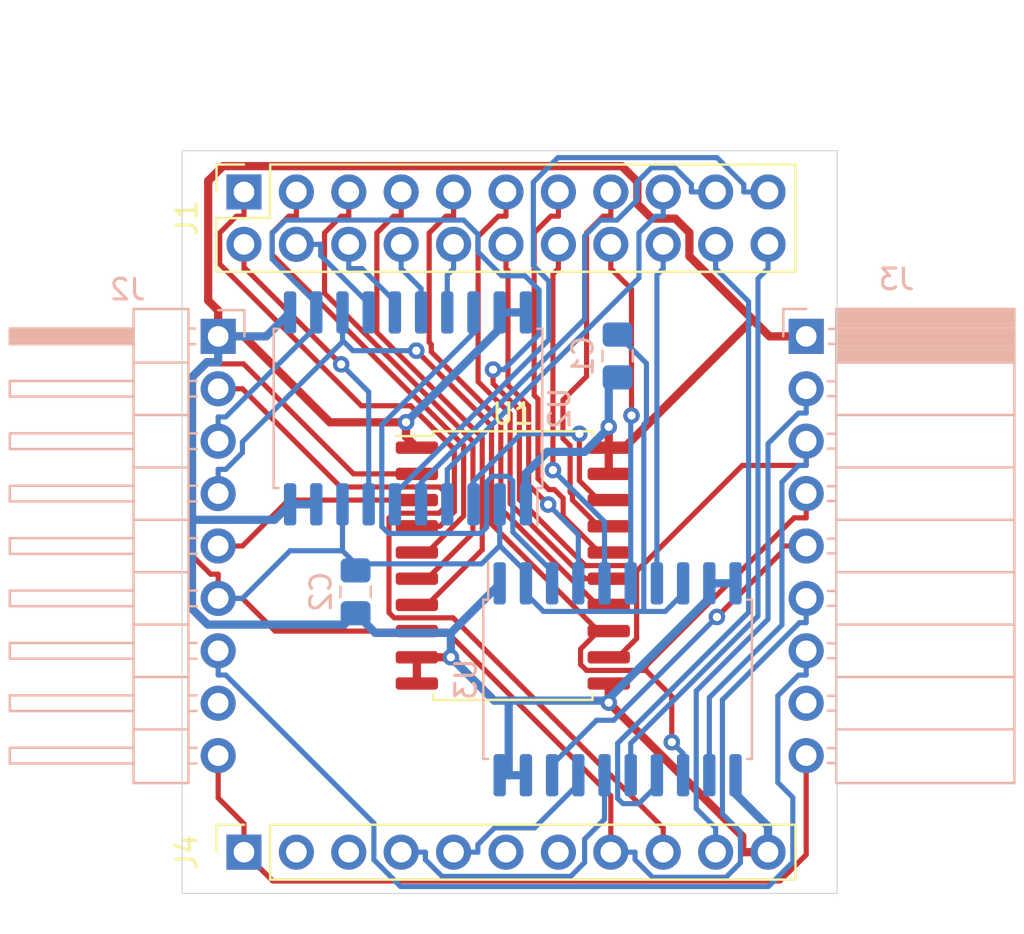
<source format=kicad_pcb>
(kicad_pcb (version 20171130) (host pcbnew 5.1.9)

  (general
    (thickness 1.6)
    (drawings 4)
    (tracks 438)
    (zones 0)
    (modules 9)
    (nets 43)
  )

  (page A4)
  (layers
    (0 F.Cu signal)
    (31 B.Cu signal)
    (32 B.Adhes user)
    (33 F.Adhes user)
    (34 B.Paste user)
    (35 F.Paste user)
    (36 B.SilkS user)
    (37 F.SilkS user)
    (38 B.Mask user)
    (39 F.Mask user)
    (40 Dwgs.User user)
    (41 Cmts.User user)
    (42 Eco1.User user)
    (43 Eco2.User user)
    (44 Edge.Cuts user)
    (45 Margin user)
    (46 B.CrtYd user)
    (47 F.CrtYd user)
    (48 B.Fab user)
    (49 F.Fab user)
  )

  (setup
    (last_trace_width 0.25)
    (user_trace_width 0.25)
    (user_trace_width 0.5)
    (trace_clearance 0.2)
    (zone_clearance 0.508)
    (zone_45_only no)
    (trace_min 0.2)
    (via_size 0.8)
    (via_drill 0.4)
    (via_min_size 0.4)
    (via_min_drill 0.3)
    (uvia_size 0.3)
    (uvia_drill 0.1)
    (uvias_allowed no)
    (uvia_min_size 0.2)
    (uvia_min_drill 0.1)
    (edge_width 0.05)
    (segment_width 0.2)
    (pcb_text_width 0.3)
    (pcb_text_size 1.5 1.5)
    (mod_edge_width 0.12)
    (mod_text_size 1 1)
    (mod_text_width 0.15)
    (pad_size 1.524 1.524)
    (pad_drill 0.762)
    (pad_to_mask_clearance 0.051)
    (solder_mask_min_width 0.25)
    (aux_axis_origin 0 0)
    (grid_origin 128.27 86.36)
    (visible_elements FFFFFF7F)
    (pcbplotparams
      (layerselection 0x010fc_ffffffff)
      (usegerberextensions false)
      (usegerberattributes false)
      (usegerberadvancedattributes false)
      (creategerberjobfile false)
      (excludeedgelayer true)
      (linewidth 0.100000)
      (plotframeref false)
      (viasonmask false)
      (mode 1)
      (useauxorigin false)
      (hpglpennumber 1)
      (hpglpenspeed 20)
      (hpglpendiameter 15.000000)
      (psnegative false)
      (psa4output false)
      (plotreference true)
      (plotvalue true)
      (plotinvisibletext false)
      (padsonsilk false)
      (subtractmaskfromsilk false)
      (outputformat 1)
      (mirror false)
      (drillshape 0)
      (scaleselection 1)
      (outputdirectory "./gerber"))
  )

  (net 0 "")
  (net 1 "Net-(J1-Pad1)")
  (net 2 "Net-(J1-Pad2)")
  (net 3 "Net-(J1-Pad3)")
  (net 4 "Net-(J1-Pad4)")
  (net 5 "Net-(J1-Pad5)")
  (net 6 "Net-(J1-Pad6)")
  (net 7 "Net-(J1-Pad7)")
  (net 8 "Net-(J1-Pad8)")
  (net 9 "Net-(J2-Pad2)")
  (net 10 "Net-(J2-Pad3)")
  (net 11 "Net-(J2-Pad4)")
  (net 12 "Net-(J2-Pad5)")
  (net 13 "Net-(J2-Pad8)")
  (net 14 GND)
  (net 15 "Net-(J3-Pad2)")
  (net 16 "Net-(J3-Pad5)")
  (net 17 +5V)
  (net 18 +12V)
  (net 19 "Net-(J3-Pad8)")
  (net 20 HT)
  (net 21 "Net-(J4-Pad2)")
  (net 22 "Net-(J4-Pad5)")
  (net 23 "Net-(J1-Pad9)")
  (net 24 "Net-(J1-Pad10)")
  (net 25 "Net-(J1-Pad11)")
  (net 26 "Net-(J1-Pad12)")
  (net 27 "Net-(J1-Pad13)")
  (net 28 "Net-(J1-Pad14)")
  (net 29 "Net-(J1-Pad15)")
  (net 30 "Net-(J1-Pad16)")
  (net 31 "Net-(J1-Pad17)")
  (net 32 "Net-(J1-Pad18)")
  (net 33 "Net-(J1-Pad19)")
  (net 34 "Net-(J1-Pad20)")
  (net 35 "Net-(J1-Pad21)")
  (net 36 "Net-(J1-Pad22)")
  (net 37 "Net-(J4-Pad3)")
  (net 38 "Net-(J4-Pad4)")
  (net 39 "Net-(J4-Pad6)")
  (net 40 "Net-(J4-Pad7)")
  (net 41 "Net-(U1-Pad18)")
  (net 42 "Net-(U2-Pad18)")

  (net_class Default "This is the default net class."
    (clearance 0.2)
    (trace_width 0.25)
    (via_dia 0.8)
    (via_drill 0.4)
    (uvia_dia 0.3)
    (uvia_drill 0.1)
    (add_net +12V)
    (add_net +5V)
    (add_net "Net-(J1-Pad1)")
    (add_net "Net-(J1-Pad10)")
    (add_net "Net-(J1-Pad11)")
    (add_net "Net-(J1-Pad12)")
    (add_net "Net-(J1-Pad13)")
    (add_net "Net-(J1-Pad14)")
    (add_net "Net-(J1-Pad15)")
    (add_net "Net-(J1-Pad16)")
    (add_net "Net-(J1-Pad17)")
    (add_net "Net-(J1-Pad18)")
    (add_net "Net-(J1-Pad19)")
    (add_net "Net-(J1-Pad2)")
    (add_net "Net-(J1-Pad20)")
    (add_net "Net-(J1-Pad21)")
    (add_net "Net-(J1-Pad22)")
    (add_net "Net-(J1-Pad3)")
    (add_net "Net-(J1-Pad4)")
    (add_net "Net-(J1-Pad5)")
    (add_net "Net-(J1-Pad6)")
    (add_net "Net-(J1-Pad7)")
    (add_net "Net-(J1-Pad8)")
    (add_net "Net-(J1-Pad9)")
    (add_net "Net-(J2-Pad2)")
    (add_net "Net-(J2-Pad3)")
    (add_net "Net-(J2-Pad4)")
    (add_net "Net-(J2-Pad5)")
    (add_net "Net-(J2-Pad8)")
    (add_net "Net-(J3-Pad2)")
    (add_net "Net-(J3-Pad5)")
    (add_net "Net-(J3-Pad8)")
    (add_net "Net-(J4-Pad2)")
    (add_net "Net-(J4-Pad3)")
    (add_net "Net-(J4-Pad4)")
    (add_net "Net-(J4-Pad5)")
    (add_net "Net-(J4-Pad6)")
    (add_net "Net-(J4-Pad7)")
    (add_net "Net-(U1-Pad18)")
    (add_net "Net-(U2-Pad18)")
  )

  (net_class GND ""
    (clearance 0.2)
    (trace_width 0.4)
    (via_dia 0.8)
    (via_drill 0.4)
    (uvia_dia 0.3)
    (uvia_drill 0.1)
    (add_net GND)
  )

  (net_class HV ""
    (clearance 0.4)
    (trace_width 0.25)
    (via_dia 0.8)
    (via_drill 0.4)
    (uvia_dia 0.3)
    (uvia_drill 0.1)
    (add_net HT)
  )

  (module Capacitor_SMD:C_0805_2012Metric_Pad1.18x1.45mm_HandSolder (layer B.Cu) (tedit 5F68FEEF) (tstamp 6068B716)
    (at 105.41 119.38 270)
    (descr "Capacitor SMD 0805 (2012 Metric), square (rectangular) end terminal, IPC_7351 nominal with elongated pad for handsoldering. (Body size source: IPC-SM-782 page 76, https://www.pcb-3d.com/wordpress/wp-content/uploads/ipc-sm-782a_amendment_1_and_2.pdf, https://docs.google.com/spreadsheets/d/1BsfQQcO9C6DZCsRaXUlFlo91Tg2WpOkGARC1WS5S8t0/edit?usp=sharing), generated with kicad-footprint-generator")
    (tags "capacitor handsolder")
    (path /60697A8F)
    (attr smd)
    (fp_text reference C2 (at 0 1.68 270) (layer B.SilkS)
      (effects (font (size 1 1) (thickness 0.15)) (justify mirror))
    )
    (fp_text value CP (at 0 -1.68 270) (layer B.Fab)
      (effects (font (size 1 1) (thickness 0.15)) (justify mirror))
    )
    (fp_text user %R (at 0 0 270) (layer B.Fab)
      (effects (font (size 0.5 0.5) (thickness 0.08)) (justify mirror))
    )
    (fp_line (start -1 -0.625) (end -1 0.625) (layer B.Fab) (width 0.1))
    (fp_line (start -1 0.625) (end 1 0.625) (layer B.Fab) (width 0.1))
    (fp_line (start 1 0.625) (end 1 -0.625) (layer B.Fab) (width 0.1))
    (fp_line (start 1 -0.625) (end -1 -0.625) (layer B.Fab) (width 0.1))
    (fp_line (start -0.261252 0.735) (end 0.261252 0.735) (layer B.SilkS) (width 0.12))
    (fp_line (start -0.261252 -0.735) (end 0.261252 -0.735) (layer B.SilkS) (width 0.12))
    (fp_line (start -1.88 -0.98) (end -1.88 0.98) (layer B.CrtYd) (width 0.05))
    (fp_line (start -1.88 0.98) (end 1.88 0.98) (layer B.CrtYd) (width 0.05))
    (fp_line (start 1.88 0.98) (end 1.88 -0.98) (layer B.CrtYd) (width 0.05))
    (fp_line (start 1.88 -0.98) (end -1.88 -0.98) (layer B.CrtYd) (width 0.05))
    (pad 2 smd roundrect (at 1.0375 0 270) (size 1.175 1.45) (layers B.Cu B.Paste B.Mask) (roundrect_rratio 0.212766)
      (net 14 GND))
    (pad 1 smd roundrect (at -1.0375 0 270) (size 1.175 1.45) (layers B.Cu B.Paste B.Mask) (roundrect_rratio 0.212766)
      (net 17 +5V))
    (model ${KISYS3DMOD}/Capacitor_SMD.3dshapes/C_0805_2012Metric.wrl
      (at (xyz 0 0 0))
      (scale (xyz 1 1 1))
      (rotate (xyz 0 0 0))
    )
  )

  (module Capacitor_SMD:C_0805_2012Metric_Pad1.18x1.45mm_HandSolder (layer B.Cu) (tedit 5F68FEEF) (tstamp 6068B705)
    (at 118.11 107.95 270)
    (descr "Capacitor SMD 0805 (2012 Metric), square (rectangular) end terminal, IPC_7351 nominal with elongated pad for handsoldering. (Body size source: IPC-SM-782 page 76, https://www.pcb-3d.com/wordpress/wp-content/uploads/ipc-sm-782a_amendment_1_and_2.pdf, https://docs.google.com/spreadsheets/d/1BsfQQcO9C6DZCsRaXUlFlo91Tg2WpOkGARC1WS5S8t0/edit?usp=sharing), generated with kicad-footprint-generator")
    (tags "capacitor handsolder")
    (path /60696DF2)
    (attr smd)
    (fp_text reference C1 (at 0 1.68 90) (layer B.SilkS)
      (effects (font (size 1 1) (thickness 0.15)) (justify mirror))
    )
    (fp_text value C (at 0 -1.68 270) (layer B.Fab)
      (effects (font (size 1 1) (thickness 0.15)) (justify mirror))
    )
    (fp_text user %R (at 0 0 90) (layer B.Fab)
      (effects (font (size 0.5 0.5) (thickness 0.08)) (justify mirror))
    )
    (fp_line (start -1 -0.625) (end -1 0.625) (layer B.Fab) (width 0.1))
    (fp_line (start -1 0.625) (end 1 0.625) (layer B.Fab) (width 0.1))
    (fp_line (start 1 0.625) (end 1 -0.625) (layer B.Fab) (width 0.1))
    (fp_line (start 1 -0.625) (end -1 -0.625) (layer B.Fab) (width 0.1))
    (fp_line (start -0.261252 0.735) (end 0.261252 0.735) (layer B.SilkS) (width 0.12))
    (fp_line (start -0.261252 -0.735) (end 0.261252 -0.735) (layer B.SilkS) (width 0.12))
    (fp_line (start -1.88 -0.98) (end -1.88 0.98) (layer B.CrtYd) (width 0.05))
    (fp_line (start -1.88 0.98) (end 1.88 0.98) (layer B.CrtYd) (width 0.05))
    (fp_line (start 1.88 0.98) (end 1.88 -0.98) (layer B.CrtYd) (width 0.05))
    (fp_line (start 1.88 -0.98) (end -1.88 -0.98) (layer B.CrtYd) (width 0.05))
    (pad 2 smd roundrect (at 1.0375 0 270) (size 1.175 1.45) (layers B.Cu B.Paste B.Mask) (roundrect_rratio 0.212766)
      (net 14 GND))
    (pad 1 smd roundrect (at -1.0375 0 270) (size 1.175 1.45) (layers B.Cu B.Paste B.Mask) (roundrect_rratio 0.212766)
      (net 17 +5V))
    (model ${KISYS3DMOD}/Capacitor_SMD.3dshapes/C_0805_2012Metric.wrl
      (at (xyz 0 0 0))
      (scale (xyz 1 1 1))
      (rotate (xyz 0 0 0))
    )
  )

  (module Connector_PinSocket_2.54mm:PinSocket_1x09_P2.54mm_Horizontal locked (layer B.Cu) (tedit 5A19A434) (tstamp 5CCFA3B5)
    (at 127.25 107 180)
    (descr "Through hole angled socket strip, 1x09, 2.54mm pitch, 8.51mm socket length, single row (from Kicad 4.0.7), script generated")
    (tags "Through hole angled socket strip THT 1x09 2.54mm single row")
    (path /5CD4CC33)
    (fp_text reference J3 (at -4.38 2.77) (layer B.SilkS)
      (effects (font (size 1 1) (thickness 0.15)) (justify mirror))
    )
    (fp_text value Out (at -4.38 -23.09) (layer B.Fab)
      (effects (font (size 1 1) (thickness 0.15)) (justify mirror))
    )
    (fp_line (start -10.03 1.27) (end -2.49 1.27) (layer B.Fab) (width 0.1))
    (fp_line (start -2.49 1.27) (end -1.52 0.3) (layer B.Fab) (width 0.1))
    (fp_line (start -1.52 0.3) (end -1.52 -21.59) (layer B.Fab) (width 0.1))
    (fp_line (start -1.52 -21.59) (end -10.03 -21.59) (layer B.Fab) (width 0.1))
    (fp_line (start -10.03 -21.59) (end -10.03 1.27) (layer B.Fab) (width 0.1))
    (fp_line (start 0 0.3) (end -1.52 0.3) (layer B.Fab) (width 0.1))
    (fp_line (start -1.52 -0.3) (end 0 -0.3) (layer B.Fab) (width 0.1))
    (fp_line (start 0 -0.3) (end 0 0.3) (layer B.Fab) (width 0.1))
    (fp_line (start 0 -2.24) (end -1.52 -2.24) (layer B.Fab) (width 0.1))
    (fp_line (start -1.52 -2.84) (end 0 -2.84) (layer B.Fab) (width 0.1))
    (fp_line (start 0 -2.84) (end 0 -2.24) (layer B.Fab) (width 0.1))
    (fp_line (start 0 -4.78) (end -1.52 -4.78) (layer B.Fab) (width 0.1))
    (fp_line (start -1.52 -5.38) (end 0 -5.38) (layer B.Fab) (width 0.1))
    (fp_line (start 0 -5.38) (end 0 -4.78) (layer B.Fab) (width 0.1))
    (fp_line (start 0 -7.32) (end -1.52 -7.32) (layer B.Fab) (width 0.1))
    (fp_line (start -1.52 -7.92) (end 0 -7.92) (layer B.Fab) (width 0.1))
    (fp_line (start 0 -7.92) (end 0 -7.32) (layer B.Fab) (width 0.1))
    (fp_line (start 0 -9.86) (end -1.52 -9.86) (layer B.Fab) (width 0.1))
    (fp_line (start -1.52 -10.46) (end 0 -10.46) (layer B.Fab) (width 0.1))
    (fp_line (start 0 -10.46) (end 0 -9.86) (layer B.Fab) (width 0.1))
    (fp_line (start 0 -12.4) (end -1.52 -12.4) (layer B.Fab) (width 0.1))
    (fp_line (start -1.52 -13) (end 0 -13) (layer B.Fab) (width 0.1))
    (fp_line (start 0 -13) (end 0 -12.4) (layer B.Fab) (width 0.1))
    (fp_line (start 0 -14.94) (end -1.52 -14.94) (layer B.Fab) (width 0.1))
    (fp_line (start -1.52 -15.54) (end 0 -15.54) (layer B.Fab) (width 0.1))
    (fp_line (start 0 -15.54) (end 0 -14.94) (layer B.Fab) (width 0.1))
    (fp_line (start 0 -17.48) (end -1.52 -17.48) (layer B.Fab) (width 0.1))
    (fp_line (start -1.52 -18.08) (end 0 -18.08) (layer B.Fab) (width 0.1))
    (fp_line (start 0 -18.08) (end 0 -17.48) (layer B.Fab) (width 0.1))
    (fp_line (start 0 -20.02) (end -1.52 -20.02) (layer B.Fab) (width 0.1))
    (fp_line (start -1.52 -20.62) (end 0 -20.62) (layer B.Fab) (width 0.1))
    (fp_line (start 0 -20.62) (end 0 -20.02) (layer B.Fab) (width 0.1))
    (fp_line (start -10.09 1.21) (end -1.46 1.21) (layer B.SilkS) (width 0.12))
    (fp_line (start -10.09 1.091905) (end -1.46 1.091905) (layer B.SilkS) (width 0.12))
    (fp_line (start -10.09 0.97381) (end -1.46 0.97381) (layer B.SilkS) (width 0.12))
    (fp_line (start -10.09 0.855715) (end -1.46 0.855715) (layer B.SilkS) (width 0.12))
    (fp_line (start -10.09 0.73762) (end -1.46 0.73762) (layer B.SilkS) (width 0.12))
    (fp_line (start -10.09 0.619525) (end -1.46 0.619525) (layer B.SilkS) (width 0.12))
    (fp_line (start -10.09 0.50143) (end -1.46 0.50143) (layer B.SilkS) (width 0.12))
    (fp_line (start -10.09 0.383335) (end -1.46 0.383335) (layer B.SilkS) (width 0.12))
    (fp_line (start -10.09 0.26524) (end -1.46 0.26524) (layer B.SilkS) (width 0.12))
    (fp_line (start -10.09 0.147145) (end -1.46 0.147145) (layer B.SilkS) (width 0.12))
    (fp_line (start -10.09 0.02905) (end -1.46 0.02905) (layer B.SilkS) (width 0.12))
    (fp_line (start -10.09 -0.089045) (end -1.46 -0.089045) (layer B.SilkS) (width 0.12))
    (fp_line (start -10.09 -0.20714) (end -1.46 -0.20714) (layer B.SilkS) (width 0.12))
    (fp_line (start -10.09 -0.325235) (end -1.46 -0.325235) (layer B.SilkS) (width 0.12))
    (fp_line (start -10.09 -0.44333) (end -1.46 -0.44333) (layer B.SilkS) (width 0.12))
    (fp_line (start -10.09 -0.561425) (end -1.46 -0.561425) (layer B.SilkS) (width 0.12))
    (fp_line (start -10.09 -0.67952) (end -1.46 -0.67952) (layer B.SilkS) (width 0.12))
    (fp_line (start -10.09 -0.797615) (end -1.46 -0.797615) (layer B.SilkS) (width 0.12))
    (fp_line (start -10.09 -0.91571) (end -1.46 -0.91571) (layer B.SilkS) (width 0.12))
    (fp_line (start -10.09 -1.033805) (end -1.46 -1.033805) (layer B.SilkS) (width 0.12))
    (fp_line (start -10.09 -1.1519) (end -1.46 -1.1519) (layer B.SilkS) (width 0.12))
    (fp_line (start -1.46 0.36) (end -1.11 0.36) (layer B.SilkS) (width 0.12))
    (fp_line (start -1.46 -0.36) (end -1.11 -0.36) (layer B.SilkS) (width 0.12))
    (fp_line (start -1.46 -2.18) (end -1.05 -2.18) (layer B.SilkS) (width 0.12))
    (fp_line (start -1.46 -2.9) (end -1.05 -2.9) (layer B.SilkS) (width 0.12))
    (fp_line (start -1.46 -4.72) (end -1.05 -4.72) (layer B.SilkS) (width 0.12))
    (fp_line (start -1.46 -5.44) (end -1.05 -5.44) (layer B.SilkS) (width 0.12))
    (fp_line (start -1.46 -7.26) (end -1.05 -7.26) (layer B.SilkS) (width 0.12))
    (fp_line (start -1.46 -7.98) (end -1.05 -7.98) (layer B.SilkS) (width 0.12))
    (fp_line (start -1.46 -9.8) (end -1.05 -9.8) (layer B.SilkS) (width 0.12))
    (fp_line (start -1.46 -10.52) (end -1.05 -10.52) (layer B.SilkS) (width 0.12))
    (fp_line (start -1.46 -12.34) (end -1.05 -12.34) (layer B.SilkS) (width 0.12))
    (fp_line (start -1.46 -13.06) (end -1.05 -13.06) (layer B.SilkS) (width 0.12))
    (fp_line (start -1.46 -14.88) (end -1.05 -14.88) (layer B.SilkS) (width 0.12))
    (fp_line (start -1.46 -15.6) (end -1.05 -15.6) (layer B.SilkS) (width 0.12))
    (fp_line (start -1.46 -17.42) (end -1.05 -17.42) (layer B.SilkS) (width 0.12))
    (fp_line (start -1.46 -18.14) (end -1.05 -18.14) (layer B.SilkS) (width 0.12))
    (fp_line (start -1.46 -19.96) (end -1.05 -19.96) (layer B.SilkS) (width 0.12))
    (fp_line (start -1.46 -20.68) (end -1.05 -20.68) (layer B.SilkS) (width 0.12))
    (fp_line (start -10.09 -1.27) (end -1.46 -1.27) (layer B.SilkS) (width 0.12))
    (fp_line (start -10.09 -3.81) (end -1.46 -3.81) (layer B.SilkS) (width 0.12))
    (fp_line (start -10.09 -6.35) (end -1.46 -6.35) (layer B.SilkS) (width 0.12))
    (fp_line (start -10.09 -8.89) (end -1.46 -8.89) (layer B.SilkS) (width 0.12))
    (fp_line (start -10.09 -11.43) (end -1.46 -11.43) (layer B.SilkS) (width 0.12))
    (fp_line (start -10.09 -13.97) (end -1.46 -13.97) (layer B.SilkS) (width 0.12))
    (fp_line (start -10.09 -16.51) (end -1.46 -16.51) (layer B.SilkS) (width 0.12))
    (fp_line (start -10.09 -19.05) (end -1.46 -19.05) (layer B.SilkS) (width 0.12))
    (fp_line (start -10.09 1.33) (end -1.46 1.33) (layer B.SilkS) (width 0.12))
    (fp_line (start -1.46 1.33) (end -1.46 -21.65) (layer B.SilkS) (width 0.12))
    (fp_line (start -10.09 -21.65) (end -1.46 -21.65) (layer B.SilkS) (width 0.12))
    (fp_line (start -10.09 1.33) (end -10.09 -21.65) (layer B.SilkS) (width 0.12))
    (fp_line (start 1.11 1.33) (end 1.11 0) (layer B.SilkS) (width 0.12))
    (fp_line (start 0 1.33) (end 1.11 1.33) (layer B.SilkS) (width 0.12))
    (fp_line (start 1.75 1.75) (end -10.55 1.75) (layer B.CrtYd) (width 0.05))
    (fp_line (start -10.55 1.75) (end -10.55 -22.15) (layer B.CrtYd) (width 0.05))
    (fp_line (start -10.55 -22.15) (end 1.75 -22.15) (layer B.CrtYd) (width 0.05))
    (fp_line (start 1.75 -22.15) (end 1.75 1.75) (layer B.CrtYd) (width 0.05))
    (fp_text user %R (at -5.775 -10.16 -90) (layer B.Fab)
      (effects (font (size 1 1) (thickness 0.15)) (justify mirror))
    )
    (pad 1 thru_hole rect (at 0 0 180) (size 1.7 1.7) (drill 1) (layers *.Cu *.Mask)
      (net 14 GND))
    (pad 2 thru_hole oval (at 0 -2.54 180) (size 1.7 1.7) (drill 1) (layers *.Cu *.Mask)
      (net 15 "Net-(J3-Pad2)"))
    (pad 3 thru_hole oval (at 0 -5.08 180) (size 1.7 1.7) (drill 1) (layers *.Cu *.Mask)
      (net 10 "Net-(J2-Pad3)"))
    (pad 4 thru_hole oval (at 0 -7.62 180) (size 1.7 1.7) (drill 1) (layers *.Cu *.Mask)
      (net 11 "Net-(J2-Pad4)"))
    (pad 5 thru_hole oval (at 0 -10.16 180) (size 1.7 1.7) (drill 1) (layers *.Cu *.Mask)
      (net 16 "Net-(J3-Pad5)"))
    (pad 6 thru_hole oval (at 0 -12.7 180) (size 1.7 1.7) (drill 1) (layers *.Cu *.Mask)
      (net 17 +5V))
    (pad 7 thru_hole oval (at 0 -15.24 180) (size 1.7 1.7) (drill 1) (layers *.Cu *.Mask)
      (net 18 +12V))
    (pad 8 thru_hole oval (at 0 -17.78 180) (size 1.7 1.7) (drill 1) (layers *.Cu *.Mask)
      (net 19 "Net-(J3-Pad8)"))
    (pad 9 thru_hole oval (at 0 -20.32 180) (size 1.7 1.7) (drill 1) (layers *.Cu *.Mask)
      (net 20 HT))
    (model ${KISYS3DMOD}/Connector_PinSocket_2.54mm.3dshapes/PinSocket_1x09_P2.54mm_Horizontal.wrl
      (at (xyz 0 0 0))
      (scale (xyz 1 1 1))
      (rotate (xyz 0 0 0))
    )
  )

  (module Connector_PinSocket_2.54mm:PinSocket_2x11_P2.54mm_Vertical locked (layer F.Cu) (tedit 5A19A41F) (tstamp 5CCF939D)
    (at 100 100 90)
    (descr "Through hole straight socket strip, 2x11, 2.54mm pitch, double cols (from Kicad 4.0.7), script generated")
    (tags "Through hole socket strip THT 2x11 2.54mm double row")
    (path /5CCEFF92)
    (fp_text reference J1 (at -1.27 -2.77 90) (layer F.SilkS)
      (effects (font (size 1 1) (thickness 0.15)))
    )
    (fp_text value Cathodes (at 5.75 23.5 90) (layer F.Fab)
      (effects (font (size 1 1) (thickness 0.15)))
    )
    (fp_line (start -3.81 -1.27) (end 0.27 -1.27) (layer F.Fab) (width 0.1))
    (fp_line (start 0.27 -1.27) (end 1.27 -0.27) (layer F.Fab) (width 0.1))
    (fp_line (start 1.27 -0.27) (end 1.27 26.67) (layer F.Fab) (width 0.1))
    (fp_line (start 1.27 26.67) (end -3.81 26.67) (layer F.Fab) (width 0.1))
    (fp_line (start -3.81 26.67) (end -3.81 -1.27) (layer F.Fab) (width 0.1))
    (fp_line (start -3.87 -1.33) (end -1.27 -1.33) (layer F.SilkS) (width 0.12))
    (fp_line (start -3.87 -1.33) (end -3.87 26.73) (layer F.SilkS) (width 0.12))
    (fp_line (start -3.87 26.73) (end 1.33 26.73) (layer F.SilkS) (width 0.12))
    (fp_line (start 1.33 1.27) (end 1.33 26.73) (layer F.SilkS) (width 0.12))
    (fp_line (start -1.27 1.27) (end 1.33 1.27) (layer F.SilkS) (width 0.12))
    (fp_line (start -1.27 -1.33) (end -1.27 1.27) (layer F.SilkS) (width 0.12))
    (fp_line (start 1.33 -1.33) (end 1.33 0) (layer F.SilkS) (width 0.12))
    (fp_line (start 0 -1.33) (end 1.33 -1.33) (layer F.SilkS) (width 0.12))
    (fp_line (start -4.34 -1.8) (end 1.76 -1.8) (layer F.CrtYd) (width 0.05))
    (fp_line (start 1.76 -1.8) (end 1.76 27.15) (layer F.CrtYd) (width 0.05))
    (fp_line (start 1.76 27.15) (end -4.34 27.15) (layer F.CrtYd) (width 0.05))
    (fp_line (start -4.34 27.15) (end -4.34 -1.8) (layer F.CrtYd) (width 0.05))
    (fp_text user %R (at -1.27 12.7) (layer F.Fab)
      (effects (font (size 1 1) (thickness 0.15)))
    )
    (pad 1 thru_hole rect (at 0 0 90) (size 1.7 1.7) (drill 1) (layers *.Cu *.Mask)
      (net 1 "Net-(J1-Pad1)"))
    (pad 2 thru_hole oval (at -2.54 0 90) (size 1.7 1.7) (drill 1) (layers *.Cu *.Mask)
      (net 2 "Net-(J1-Pad2)"))
    (pad 3 thru_hole oval (at 0 2.54 90) (size 1.7 1.7) (drill 1) (layers *.Cu *.Mask)
      (net 3 "Net-(J1-Pad3)"))
    (pad 4 thru_hole oval (at -2.54 2.54 90) (size 1.7 1.7) (drill 1) (layers *.Cu *.Mask)
      (net 4 "Net-(J1-Pad4)"))
    (pad 5 thru_hole oval (at 0 5.08 90) (size 1.7 1.7) (drill 1) (layers *.Cu *.Mask)
      (net 5 "Net-(J1-Pad5)"))
    (pad 6 thru_hole oval (at -2.54 5.08 90) (size 1.7 1.7) (drill 1) (layers *.Cu *.Mask)
      (net 6 "Net-(J1-Pad6)"))
    (pad 7 thru_hole oval (at 0 7.62 90) (size 1.7 1.7) (drill 1) (layers *.Cu *.Mask)
      (net 7 "Net-(J1-Pad7)"))
    (pad 8 thru_hole oval (at -2.54 7.62 90) (size 1.7 1.7) (drill 1) (layers *.Cu *.Mask)
      (net 8 "Net-(J1-Pad8)"))
    (pad 9 thru_hole oval (at 0 10.16 90) (size 1.7 1.7) (drill 1) (layers *.Cu *.Mask)
      (net 23 "Net-(J1-Pad9)"))
    (pad 10 thru_hole oval (at -2.54 10.16 90) (size 1.7 1.7) (drill 1) (layers *.Cu *.Mask)
      (net 24 "Net-(J1-Pad10)"))
    (pad 11 thru_hole oval (at 0 12.7 90) (size 1.7 1.7) (drill 1) (layers *.Cu *.Mask)
      (net 25 "Net-(J1-Pad11)"))
    (pad 12 thru_hole oval (at -2.54 12.7 90) (size 1.7 1.7) (drill 1) (layers *.Cu *.Mask)
      (net 26 "Net-(J1-Pad12)"))
    (pad 13 thru_hole oval (at 0 15.24 90) (size 1.7 1.7) (drill 1) (layers *.Cu *.Mask)
      (net 27 "Net-(J1-Pad13)"))
    (pad 14 thru_hole oval (at -2.54 15.24 90) (size 1.7 1.7) (drill 1) (layers *.Cu *.Mask)
      (net 28 "Net-(J1-Pad14)"))
    (pad 15 thru_hole oval (at 0 17.78 90) (size 1.7 1.7) (drill 1) (layers *.Cu *.Mask)
      (net 29 "Net-(J1-Pad15)"))
    (pad 16 thru_hole oval (at -2.54 17.78 90) (size 1.7 1.7) (drill 1) (layers *.Cu *.Mask)
      (net 30 "Net-(J1-Pad16)"))
    (pad 17 thru_hole oval (at 0 20.32 90) (size 1.7 1.7) (drill 1) (layers *.Cu *.Mask)
      (net 31 "Net-(J1-Pad17)"))
    (pad 18 thru_hole oval (at -2.54 20.32 90) (size 1.7 1.7) (drill 1) (layers *.Cu *.Mask)
      (net 32 "Net-(J1-Pad18)"))
    (pad 19 thru_hole oval (at 0 22.86 90) (size 1.7 1.7) (drill 1) (layers *.Cu *.Mask)
      (net 33 "Net-(J1-Pad19)"))
    (pad 20 thru_hole oval (at -2.54 22.86 90) (size 1.7 1.7) (drill 1) (layers *.Cu *.Mask)
      (net 34 "Net-(J1-Pad20)"))
    (pad 21 thru_hole oval (at 0 25.4 90) (size 1.7 1.7) (drill 1) (layers *.Cu *.Mask)
      (net 35 "Net-(J1-Pad21)"))
    (pad 22 thru_hole oval (at -2.54 25.4 90) (size 1.7 1.7) (drill 1) (layers *.Cu *.Mask)
      (net 36 "Net-(J1-Pad22)"))
    (model ${KISYS3DMOD}/Connector_PinSocket_2.54mm.3dshapes/PinSocket_2x11_P2.54mm_Vertical.wrl
      (at (xyz 0 0 0))
      (scale (xyz 1 1 1))
      (rotate (xyz 0 0 0))
    )
  )

  (module Connector_PinHeader_2.54mm:PinHeader_1x09_P2.54mm_Horizontal locked (layer B.Cu) (tedit 59FED5CB) (tstamp 5CCF942B)
    (at 98.75 107 180)
    (descr "Through hole angled pin header, 1x09, 2.54mm pitch, 6mm pin length, single row")
    (tags "Through hole angled pin header THT 1x09 2.54mm single row")
    (path /5CD4D4CA)
    (fp_text reference J2 (at 4.385 2.27) (layer B.SilkS)
      (effects (font (size 1 1) (thickness 0.15)) (justify mirror))
    )
    (fp_text value In (at 4.385 -22.59) (layer B.Fab)
      (effects (font (size 1 1) (thickness 0.15)) (justify mirror))
    )
    (fp_line (start 2.135 1.27) (end 4.04 1.27) (layer B.Fab) (width 0.1))
    (fp_line (start 4.04 1.27) (end 4.04 -21.59) (layer B.Fab) (width 0.1))
    (fp_line (start 4.04 -21.59) (end 1.5 -21.59) (layer B.Fab) (width 0.1))
    (fp_line (start 1.5 -21.59) (end 1.5 0.635) (layer B.Fab) (width 0.1))
    (fp_line (start 1.5 0.635) (end 2.135 1.27) (layer B.Fab) (width 0.1))
    (fp_line (start -0.32 0.32) (end 1.5 0.32) (layer B.Fab) (width 0.1))
    (fp_line (start -0.32 0.32) (end -0.32 -0.32) (layer B.Fab) (width 0.1))
    (fp_line (start -0.32 -0.32) (end 1.5 -0.32) (layer B.Fab) (width 0.1))
    (fp_line (start 4.04 0.32) (end 10.04 0.32) (layer B.Fab) (width 0.1))
    (fp_line (start 10.04 0.32) (end 10.04 -0.32) (layer B.Fab) (width 0.1))
    (fp_line (start 4.04 -0.32) (end 10.04 -0.32) (layer B.Fab) (width 0.1))
    (fp_line (start -0.32 -2.22) (end 1.5 -2.22) (layer B.Fab) (width 0.1))
    (fp_line (start -0.32 -2.22) (end -0.32 -2.86) (layer B.Fab) (width 0.1))
    (fp_line (start -0.32 -2.86) (end 1.5 -2.86) (layer B.Fab) (width 0.1))
    (fp_line (start 4.04 -2.22) (end 10.04 -2.22) (layer B.Fab) (width 0.1))
    (fp_line (start 10.04 -2.22) (end 10.04 -2.86) (layer B.Fab) (width 0.1))
    (fp_line (start 4.04 -2.86) (end 10.04 -2.86) (layer B.Fab) (width 0.1))
    (fp_line (start -0.32 -4.76) (end 1.5 -4.76) (layer B.Fab) (width 0.1))
    (fp_line (start -0.32 -4.76) (end -0.32 -5.4) (layer B.Fab) (width 0.1))
    (fp_line (start -0.32 -5.4) (end 1.5 -5.4) (layer B.Fab) (width 0.1))
    (fp_line (start 4.04 -4.76) (end 10.04 -4.76) (layer B.Fab) (width 0.1))
    (fp_line (start 10.04 -4.76) (end 10.04 -5.4) (layer B.Fab) (width 0.1))
    (fp_line (start 4.04 -5.4) (end 10.04 -5.4) (layer B.Fab) (width 0.1))
    (fp_line (start -0.32 -7.3) (end 1.5 -7.3) (layer B.Fab) (width 0.1))
    (fp_line (start -0.32 -7.3) (end -0.32 -7.94) (layer B.Fab) (width 0.1))
    (fp_line (start -0.32 -7.94) (end 1.5 -7.94) (layer B.Fab) (width 0.1))
    (fp_line (start 4.04 -7.3) (end 10.04 -7.3) (layer B.Fab) (width 0.1))
    (fp_line (start 10.04 -7.3) (end 10.04 -7.94) (layer B.Fab) (width 0.1))
    (fp_line (start 4.04 -7.94) (end 10.04 -7.94) (layer B.Fab) (width 0.1))
    (fp_line (start -0.32 -9.84) (end 1.5 -9.84) (layer B.Fab) (width 0.1))
    (fp_line (start -0.32 -9.84) (end -0.32 -10.48) (layer B.Fab) (width 0.1))
    (fp_line (start -0.32 -10.48) (end 1.5 -10.48) (layer B.Fab) (width 0.1))
    (fp_line (start 4.04 -9.84) (end 10.04 -9.84) (layer B.Fab) (width 0.1))
    (fp_line (start 10.04 -9.84) (end 10.04 -10.48) (layer B.Fab) (width 0.1))
    (fp_line (start 4.04 -10.48) (end 10.04 -10.48) (layer B.Fab) (width 0.1))
    (fp_line (start -0.32 -12.38) (end 1.5 -12.38) (layer B.Fab) (width 0.1))
    (fp_line (start -0.32 -12.38) (end -0.32 -13.02) (layer B.Fab) (width 0.1))
    (fp_line (start -0.32 -13.02) (end 1.5 -13.02) (layer B.Fab) (width 0.1))
    (fp_line (start 4.04 -12.38) (end 10.04 -12.38) (layer B.Fab) (width 0.1))
    (fp_line (start 10.04 -12.38) (end 10.04 -13.02) (layer B.Fab) (width 0.1))
    (fp_line (start 4.04 -13.02) (end 10.04 -13.02) (layer B.Fab) (width 0.1))
    (fp_line (start -0.32 -14.92) (end 1.5 -14.92) (layer B.Fab) (width 0.1))
    (fp_line (start -0.32 -14.92) (end -0.32 -15.56) (layer B.Fab) (width 0.1))
    (fp_line (start -0.32 -15.56) (end 1.5 -15.56) (layer B.Fab) (width 0.1))
    (fp_line (start 4.04 -14.92) (end 10.04 -14.92) (layer B.Fab) (width 0.1))
    (fp_line (start 10.04 -14.92) (end 10.04 -15.56) (layer B.Fab) (width 0.1))
    (fp_line (start 4.04 -15.56) (end 10.04 -15.56) (layer B.Fab) (width 0.1))
    (fp_line (start -0.32 -17.46) (end 1.5 -17.46) (layer B.Fab) (width 0.1))
    (fp_line (start -0.32 -17.46) (end -0.32 -18.1) (layer B.Fab) (width 0.1))
    (fp_line (start -0.32 -18.1) (end 1.5 -18.1) (layer B.Fab) (width 0.1))
    (fp_line (start 4.04 -17.46) (end 10.04 -17.46) (layer B.Fab) (width 0.1))
    (fp_line (start 10.04 -17.46) (end 10.04 -18.1) (layer B.Fab) (width 0.1))
    (fp_line (start 4.04 -18.1) (end 10.04 -18.1) (layer B.Fab) (width 0.1))
    (fp_line (start -0.32 -20) (end 1.5 -20) (layer B.Fab) (width 0.1))
    (fp_line (start -0.32 -20) (end -0.32 -20.64) (layer B.Fab) (width 0.1))
    (fp_line (start -0.32 -20.64) (end 1.5 -20.64) (layer B.Fab) (width 0.1))
    (fp_line (start 4.04 -20) (end 10.04 -20) (layer B.Fab) (width 0.1))
    (fp_line (start 10.04 -20) (end 10.04 -20.64) (layer B.Fab) (width 0.1))
    (fp_line (start 4.04 -20.64) (end 10.04 -20.64) (layer B.Fab) (width 0.1))
    (fp_line (start 1.44 1.33) (end 1.44 -21.65) (layer B.SilkS) (width 0.12))
    (fp_line (start 1.44 -21.65) (end 4.1 -21.65) (layer B.SilkS) (width 0.12))
    (fp_line (start 4.1 -21.65) (end 4.1 1.33) (layer B.SilkS) (width 0.12))
    (fp_line (start 4.1 1.33) (end 1.44 1.33) (layer B.SilkS) (width 0.12))
    (fp_line (start 4.1 0.38) (end 10.1 0.38) (layer B.SilkS) (width 0.12))
    (fp_line (start 10.1 0.38) (end 10.1 -0.38) (layer B.SilkS) (width 0.12))
    (fp_line (start 10.1 -0.38) (end 4.1 -0.38) (layer B.SilkS) (width 0.12))
    (fp_line (start 4.1 0.32) (end 10.1 0.32) (layer B.SilkS) (width 0.12))
    (fp_line (start 4.1 0.2) (end 10.1 0.2) (layer B.SilkS) (width 0.12))
    (fp_line (start 4.1 0.08) (end 10.1 0.08) (layer B.SilkS) (width 0.12))
    (fp_line (start 4.1 -0.04) (end 10.1 -0.04) (layer B.SilkS) (width 0.12))
    (fp_line (start 4.1 -0.16) (end 10.1 -0.16) (layer B.SilkS) (width 0.12))
    (fp_line (start 4.1 -0.28) (end 10.1 -0.28) (layer B.SilkS) (width 0.12))
    (fp_line (start 1.11 0.38) (end 1.44 0.38) (layer B.SilkS) (width 0.12))
    (fp_line (start 1.11 -0.38) (end 1.44 -0.38) (layer B.SilkS) (width 0.12))
    (fp_line (start 1.44 -1.27) (end 4.1 -1.27) (layer B.SilkS) (width 0.12))
    (fp_line (start 4.1 -2.16) (end 10.1 -2.16) (layer B.SilkS) (width 0.12))
    (fp_line (start 10.1 -2.16) (end 10.1 -2.92) (layer B.SilkS) (width 0.12))
    (fp_line (start 10.1 -2.92) (end 4.1 -2.92) (layer B.SilkS) (width 0.12))
    (fp_line (start 1.042929 -2.16) (end 1.44 -2.16) (layer B.SilkS) (width 0.12))
    (fp_line (start 1.042929 -2.92) (end 1.44 -2.92) (layer B.SilkS) (width 0.12))
    (fp_line (start 1.44 -3.81) (end 4.1 -3.81) (layer B.SilkS) (width 0.12))
    (fp_line (start 4.1 -4.7) (end 10.1 -4.7) (layer B.SilkS) (width 0.12))
    (fp_line (start 10.1 -4.7) (end 10.1 -5.46) (layer B.SilkS) (width 0.12))
    (fp_line (start 10.1 -5.46) (end 4.1 -5.46) (layer B.SilkS) (width 0.12))
    (fp_line (start 1.042929 -4.7) (end 1.44 -4.7) (layer B.SilkS) (width 0.12))
    (fp_line (start 1.042929 -5.46) (end 1.44 -5.46) (layer B.SilkS) (width 0.12))
    (fp_line (start 1.44 -6.35) (end 4.1 -6.35) (layer B.SilkS) (width 0.12))
    (fp_line (start 4.1 -7.24) (end 10.1 -7.24) (layer B.SilkS) (width 0.12))
    (fp_line (start 10.1 -7.24) (end 10.1 -8) (layer B.SilkS) (width 0.12))
    (fp_line (start 10.1 -8) (end 4.1 -8) (layer B.SilkS) (width 0.12))
    (fp_line (start 1.042929 -7.24) (end 1.44 -7.24) (layer B.SilkS) (width 0.12))
    (fp_line (start 1.042929 -8) (end 1.44 -8) (layer B.SilkS) (width 0.12))
    (fp_line (start 1.44 -8.89) (end 4.1 -8.89) (layer B.SilkS) (width 0.12))
    (fp_line (start 4.1 -9.78) (end 10.1 -9.78) (layer B.SilkS) (width 0.12))
    (fp_line (start 10.1 -9.78) (end 10.1 -10.54) (layer B.SilkS) (width 0.12))
    (fp_line (start 10.1 -10.54) (end 4.1 -10.54) (layer B.SilkS) (width 0.12))
    (fp_line (start 1.042929 -9.78) (end 1.44 -9.78) (layer B.SilkS) (width 0.12))
    (fp_line (start 1.042929 -10.54) (end 1.44 -10.54) (layer B.SilkS) (width 0.12))
    (fp_line (start 1.44 -11.43) (end 4.1 -11.43) (layer B.SilkS) (width 0.12))
    (fp_line (start 4.1 -12.32) (end 10.1 -12.32) (layer B.SilkS) (width 0.12))
    (fp_line (start 10.1 -12.32) (end 10.1 -13.08) (layer B.SilkS) (width 0.12))
    (fp_line (start 10.1 -13.08) (end 4.1 -13.08) (layer B.SilkS) (width 0.12))
    (fp_line (start 1.042929 -12.32) (end 1.44 -12.32) (layer B.SilkS) (width 0.12))
    (fp_line (start 1.042929 -13.08) (end 1.44 -13.08) (layer B.SilkS) (width 0.12))
    (fp_line (start 1.44 -13.97) (end 4.1 -13.97) (layer B.SilkS) (width 0.12))
    (fp_line (start 4.1 -14.86) (end 10.1 -14.86) (layer B.SilkS) (width 0.12))
    (fp_line (start 10.1 -14.86) (end 10.1 -15.62) (layer B.SilkS) (width 0.12))
    (fp_line (start 10.1 -15.62) (end 4.1 -15.62) (layer B.SilkS) (width 0.12))
    (fp_line (start 1.042929 -14.86) (end 1.44 -14.86) (layer B.SilkS) (width 0.12))
    (fp_line (start 1.042929 -15.62) (end 1.44 -15.62) (layer B.SilkS) (width 0.12))
    (fp_line (start 1.44 -16.51) (end 4.1 -16.51) (layer B.SilkS) (width 0.12))
    (fp_line (start 4.1 -17.4) (end 10.1 -17.4) (layer B.SilkS) (width 0.12))
    (fp_line (start 10.1 -17.4) (end 10.1 -18.16) (layer B.SilkS) (width 0.12))
    (fp_line (start 10.1 -18.16) (end 4.1 -18.16) (layer B.SilkS) (width 0.12))
    (fp_line (start 1.042929 -17.4) (end 1.44 -17.4) (layer B.SilkS) (width 0.12))
    (fp_line (start 1.042929 -18.16) (end 1.44 -18.16) (layer B.SilkS) (width 0.12))
    (fp_line (start 1.44 -19.05) (end 4.1 -19.05) (layer B.SilkS) (width 0.12))
    (fp_line (start 4.1 -19.94) (end 10.1 -19.94) (layer B.SilkS) (width 0.12))
    (fp_line (start 10.1 -19.94) (end 10.1 -20.7) (layer B.SilkS) (width 0.12))
    (fp_line (start 10.1 -20.7) (end 4.1 -20.7) (layer B.SilkS) (width 0.12))
    (fp_line (start 1.042929 -19.94) (end 1.44 -19.94) (layer B.SilkS) (width 0.12))
    (fp_line (start 1.042929 -20.7) (end 1.44 -20.7) (layer B.SilkS) (width 0.12))
    (fp_line (start -1.27 0) (end -1.27 1.27) (layer B.SilkS) (width 0.12))
    (fp_line (start -1.27 1.27) (end 0 1.27) (layer B.SilkS) (width 0.12))
    (fp_line (start -1.8 1.8) (end -1.8 -22.1) (layer B.CrtYd) (width 0.05))
    (fp_line (start -1.8 -22.1) (end 10.55 -22.1) (layer B.CrtYd) (width 0.05))
    (fp_line (start 10.55 -22.1) (end 10.55 1.8) (layer B.CrtYd) (width 0.05))
    (fp_line (start 10.55 1.8) (end -1.8 1.8) (layer B.CrtYd) (width 0.05))
    (fp_text user %R (at 2.77 -10.16 -90) (layer B.Fab)
      (effects (font (size 1 1) (thickness 0.15)) (justify mirror))
    )
    (pad 1 thru_hole rect (at 0 0 180) (size 1.7 1.7) (drill 1) (layers *.Cu *.Mask)
      (net 14 GND))
    (pad 2 thru_hole oval (at 0 -2.54 180) (size 1.7 1.7) (drill 1) (layers *.Cu *.Mask)
      (net 9 "Net-(J2-Pad2)"))
    (pad 3 thru_hole oval (at 0 -5.08 180) (size 1.7 1.7) (drill 1) (layers *.Cu *.Mask)
      (net 10 "Net-(J2-Pad3)"))
    (pad 4 thru_hole oval (at 0 -7.62 180) (size 1.7 1.7) (drill 1) (layers *.Cu *.Mask)
      (net 11 "Net-(J2-Pad4)"))
    (pad 5 thru_hole oval (at 0 -10.16 180) (size 1.7 1.7) (drill 1) (layers *.Cu *.Mask)
      (net 12 "Net-(J2-Pad5)"))
    (pad 6 thru_hole oval (at 0 -12.7 180) (size 1.7 1.7) (drill 1) (layers *.Cu *.Mask)
      (net 17 +5V))
    (pad 7 thru_hole oval (at 0 -15.24 180) (size 1.7 1.7) (drill 1) (layers *.Cu *.Mask)
      (net 18 +12V))
    (pad 8 thru_hole oval (at 0 -17.78 180) (size 1.7 1.7) (drill 1) (layers *.Cu *.Mask)
      (net 13 "Net-(J2-Pad8)"))
    (pad 9 thru_hole oval (at 0 -20.32 180) (size 1.7 1.7) (drill 1) (layers *.Cu *.Mask)
      (net 20 HT))
    (model ${KISYS3DMOD}/Connector_PinHeader_2.54mm.3dshapes/PinHeader_1x09_P2.54mm_Horizontal.wrl
      (at (xyz 0 0 0))
      (scale (xyz 1 1 1))
      (rotate (xyz 0 0 0))
    )
  )

  (module Connector_PinSocket_2.54mm:PinSocket_1x11_P2.54mm_Vertical locked (layer F.Cu) (tedit 5A19A42E) (tstamp 5CCF94B1)
    (at 100 132 90)
    (descr "Through hole straight socket strip, 1x11, 2.54mm pitch, single row (from Kicad 4.0.7), script generated")
    (tags "Through hole socket strip THT 1x11 2.54mm single row")
    (path /5CCF9B6F)
    (fp_text reference J4 (at 0 -2.77 90) (layer F.SilkS)
      (effects (font (size 1 1) (thickness 0.15)))
    )
    (fp_text value PowerMisc (at 0 28.17 90) (layer F.Fab)
      (effects (font (size 1 1) (thickness 0.15)))
    )
    (fp_line (start -1.27 -1.27) (end 0.635 -1.27) (layer F.Fab) (width 0.1))
    (fp_line (start 0.635 -1.27) (end 1.27 -0.635) (layer F.Fab) (width 0.1))
    (fp_line (start 1.27 -0.635) (end 1.27 26.67) (layer F.Fab) (width 0.1))
    (fp_line (start 1.27 26.67) (end -1.27 26.67) (layer F.Fab) (width 0.1))
    (fp_line (start -1.27 26.67) (end -1.27 -1.27) (layer F.Fab) (width 0.1))
    (fp_line (start -1.33 1.27) (end 1.33 1.27) (layer F.SilkS) (width 0.12))
    (fp_line (start -1.33 1.27) (end -1.33 26.73) (layer F.SilkS) (width 0.12))
    (fp_line (start -1.33 26.73) (end 1.33 26.73) (layer F.SilkS) (width 0.12))
    (fp_line (start 1.33 1.27) (end 1.33 26.73) (layer F.SilkS) (width 0.12))
    (fp_line (start 1.33 -1.33) (end 1.33 0) (layer F.SilkS) (width 0.12))
    (fp_line (start 0 -1.33) (end 1.33 -1.33) (layer F.SilkS) (width 0.12))
    (fp_line (start -1.8 -1.8) (end 1.75 -1.8) (layer F.CrtYd) (width 0.05))
    (fp_line (start 1.75 -1.8) (end 1.75 27.15) (layer F.CrtYd) (width 0.05))
    (fp_line (start 1.75 27.15) (end -1.8 27.15) (layer F.CrtYd) (width 0.05))
    (fp_line (start -1.8 27.15) (end -1.8 -1.8) (layer F.CrtYd) (width 0.05))
    (fp_text user %R (at 0 12.7) (layer F.Fab)
      (effects (font (size 1 1) (thickness 0.15)))
    )
    (pad 1 thru_hole rect (at 0 0 90) (size 1.7 1.7) (drill 1) (layers *.Cu *.Mask)
      (net 20 HT))
    (pad 2 thru_hole oval (at 0 2.54 90) (size 1.7 1.7) (drill 1) (layers *.Cu *.Mask)
      (net 21 "Net-(J4-Pad2)"))
    (pad 3 thru_hole oval (at 0 5.08 90) (size 1.7 1.7) (drill 1) (layers *.Cu *.Mask)
      (net 37 "Net-(J4-Pad3)"))
    (pad 4 thru_hole oval (at 0 7.62 90) (size 1.7 1.7) (drill 1) (layers *.Cu *.Mask)
      (net 38 "Net-(J4-Pad4)"))
    (pad 5 thru_hole oval (at 0 10.16 90) (size 1.7 1.7) (drill 1) (layers *.Cu *.Mask)
      (net 22 "Net-(J4-Pad5)"))
    (pad 6 thru_hole oval (at 0 12.7 90) (size 1.7 1.7) (drill 1) (layers *.Cu *.Mask)
      (net 39 "Net-(J4-Pad6)"))
    (pad 7 thru_hole oval (at 0 15.24 90) (size 1.7 1.7) (drill 1) (layers *.Cu *.Mask)
      (net 40 "Net-(J4-Pad7)"))
    (pad 8 thru_hole oval (at 0 17.78 90) (size 1.7 1.7) (drill 1) (layers *.Cu *.Mask)
      (net 17 +5V))
    (pad 9 thru_hole oval (at 0 20.32 90) (size 1.7 1.7) (drill 1) (layers *.Cu *.Mask)
      (net 9 "Net-(J2-Pad2)"))
    (pad 10 thru_hole oval (at 0 22.86 90) (size 1.7 1.7) (drill 1) (layers *.Cu *.Mask)
      (net 15 "Net-(J3-Pad2)"))
    (pad 11 thru_hole oval (at 0 25.4 90) (size 1.7 1.7) (drill 1) (layers *.Cu *.Mask)
      (net 14 GND))
    (model ${KISYS3DMOD}/Connector_PinSocket_2.54mm.3dshapes/PinSocket_1x11_P2.54mm_Vertical.wrl
      (at (xyz 0 0 0))
      (scale (xyz 1 1 1))
      (rotate (xyz 0 0 0))
    )
  )

  (module Package_SO:SOIC-20W_7.5x12.8mm_P1.27mm (layer F.Cu) (tedit 5D9F72B1) (tstamp 60542BC6)
    (at 113.03 118.11)
    (descr "SOIC, 20 Pin (JEDEC MS-013AC, https://www.analog.com/media/en/package-pcb-resources/package/233848rw_20.pdf), generated with kicad-footprint-generator ipc_gullwing_generator.py")
    (tags "SOIC SO")
    (path /6056176A)
    (attr smd)
    (fp_text reference U1 (at 0 -7.35) (layer F.SilkS)
      (effects (font (size 1 1) (thickness 0.15)))
    )
    (fp_text value TPIC6595 (at 0 7.35) (layer F.Fab)
      (effects (font (size 1 1) (thickness 0.15)))
    )
    (fp_line (start 0 6.51) (end 3.86 6.51) (layer F.SilkS) (width 0.12))
    (fp_line (start 3.86 6.51) (end 3.86 6.275) (layer F.SilkS) (width 0.12))
    (fp_line (start 0 6.51) (end -3.86 6.51) (layer F.SilkS) (width 0.12))
    (fp_line (start -3.86 6.51) (end -3.86 6.275) (layer F.SilkS) (width 0.12))
    (fp_line (start 0 -6.51) (end 3.86 -6.51) (layer F.SilkS) (width 0.12))
    (fp_line (start 3.86 -6.51) (end 3.86 -6.275) (layer F.SilkS) (width 0.12))
    (fp_line (start 0 -6.51) (end -3.86 -6.51) (layer F.SilkS) (width 0.12))
    (fp_line (start -3.86 -6.51) (end -3.86 -6.275) (layer F.SilkS) (width 0.12))
    (fp_line (start -3.86 -6.275) (end -5.675 -6.275) (layer F.SilkS) (width 0.12))
    (fp_line (start -2.75 -6.4) (end 3.75 -6.4) (layer F.Fab) (width 0.1))
    (fp_line (start 3.75 -6.4) (end 3.75 6.4) (layer F.Fab) (width 0.1))
    (fp_line (start 3.75 6.4) (end -3.75 6.4) (layer F.Fab) (width 0.1))
    (fp_line (start -3.75 6.4) (end -3.75 -5.4) (layer F.Fab) (width 0.1))
    (fp_line (start -3.75 -5.4) (end -2.75 -6.4) (layer F.Fab) (width 0.1))
    (fp_line (start -5.93 -6.65) (end -5.93 6.65) (layer F.CrtYd) (width 0.05))
    (fp_line (start -5.93 6.65) (end 5.93 6.65) (layer F.CrtYd) (width 0.05))
    (fp_line (start 5.93 6.65) (end 5.93 -6.65) (layer F.CrtYd) (width 0.05))
    (fp_line (start 5.93 -6.65) (end -5.93 -6.65) (layer F.CrtYd) (width 0.05))
    (fp_text user %R (at 0 0) (layer F.Fab)
      (effects (font (size 1 1) (thickness 0.15)))
    )
    (pad 1 smd roundrect (at -4.65 -5.715) (size 2.05 0.6) (layers F.Cu F.Paste F.Mask) (roundrect_rratio 0.25)
      (net 14 GND))
    (pad 2 smd roundrect (at -4.65 -4.445) (size 2.05 0.6) (layers F.Cu F.Paste F.Mask) (roundrect_rratio 0.25)
      (net 17 +5V))
    (pad 3 smd roundrect (at -4.65 -3.175) (size 2.05 0.6) (layers F.Cu F.Paste F.Mask) (roundrect_rratio 0.25)
      (net 12 "Net-(J2-Pad5)"))
    (pad 4 smd roundrect (at -4.65 -1.905) (size 2.05 0.6) (layers F.Cu F.Paste F.Mask) (roundrect_rratio 0.25)
      (net 1 "Net-(J1-Pad1)"))
    (pad 5 smd roundrect (at -4.65 -0.635) (size 2.05 0.6) (layers F.Cu F.Paste F.Mask) (roundrect_rratio 0.25)
      (net 3 "Net-(J1-Pad3)"))
    (pad 6 smd roundrect (at -4.65 0.635) (size 2.05 0.6) (layers F.Cu F.Paste F.Mask) (roundrect_rratio 0.25)
      (net 5 "Net-(J1-Pad5)"))
    (pad 7 smd roundrect (at -4.65 1.905) (size 2.05 0.6) (layers F.Cu F.Paste F.Mask) (roundrect_rratio 0.25)
      (net 7 "Net-(J1-Pad7)"))
    (pad 8 smd roundrect (at -4.65 3.175) (size 2.05 0.6) (layers F.Cu F.Paste F.Mask) (roundrect_rratio 0.25)
      (net 17 +5V))
    (pad 9 smd roundrect (at -4.65 4.445) (size 2.05 0.6) (layers F.Cu F.Paste F.Mask) (roundrect_rratio 0.25)
      (net 14 GND))
    (pad 10 smd roundrect (at -4.65 5.715) (size 2.05 0.6) (layers F.Cu F.Paste F.Mask) (roundrect_rratio 0.25)
      (net 14 GND))
    (pad 11 smd roundrect (at 4.65 5.715) (size 2.05 0.6) (layers F.Cu F.Paste F.Mask) (roundrect_rratio 0.25)
      (net 14 GND))
    (pad 12 smd roundrect (at 4.65 4.445) (size 2.05 0.6) (layers F.Cu F.Paste F.Mask) (roundrect_rratio 0.25)
      (net 10 "Net-(J2-Pad3)"))
    (pad 13 smd roundrect (at 4.65 3.175) (size 2.05 0.6) (layers F.Cu F.Paste F.Mask) (roundrect_rratio 0.25)
      (net 11 "Net-(J2-Pad4)"))
    (pad 14 smd roundrect (at 4.65 1.905) (size 2.05 0.6) (layers F.Cu F.Paste F.Mask) (roundrect_rratio 0.25)
      (net 23 "Net-(J1-Pad9)"))
    (pad 15 smd roundrect (at 4.65 0.635) (size 2.05 0.6) (layers F.Cu F.Paste F.Mask) (roundrect_rratio 0.25)
      (net 25 "Net-(J1-Pad11)"))
    (pad 16 smd roundrect (at 4.65 -0.635) (size 2.05 0.6) (layers F.Cu F.Paste F.Mask) (roundrect_rratio 0.25)
      (net 27 "Net-(J1-Pad13)"))
    (pad 17 smd roundrect (at 4.65 -1.905) (size 2.05 0.6) (layers F.Cu F.Paste F.Mask) (roundrect_rratio 0.25)
      (net 29 "Net-(J1-Pad15)"))
    (pad 18 smd roundrect (at 4.65 -3.175) (size 2.05 0.6) (layers F.Cu F.Paste F.Mask) (roundrect_rratio 0.25)
      (net 41 "Net-(U1-Pad18)"))
    (pad 19 smd roundrect (at 4.65 -4.445) (size 2.05 0.6) (layers F.Cu F.Paste F.Mask) (roundrect_rratio 0.25)
      (net 14 GND))
    (pad 20 smd roundrect (at 4.65 -5.715) (size 2.05 0.6) (layers F.Cu F.Paste F.Mask) (roundrect_rratio 0.25)
      (net 14 GND))
    (model ${KISYS3DMOD}/Package_SO.3dshapes/SOIC-20W_7.5x12.8mm_P1.27mm.wrl
      (at (xyz 0 0 0))
      (scale (xyz 1 1 1))
      (rotate (xyz 0 0 0))
    )
  )

  (module Package_SO:SOIC-20W_7.5x12.8mm_P1.27mm (layer B.Cu) (tedit 5D9F72B1) (tstamp 605444C3)
    (at 107.95 110.49 90)
    (descr "SOIC, 20 Pin (JEDEC MS-013AC, https://www.analog.com/media/en/package-pcb-resources/package/233848rw_20.pdf), generated with kicad-footprint-generator ipc_gullwing_generator.py")
    (tags "SOIC SO")
    (path /605624F2)
    (attr smd)
    (fp_text reference U2 (at 0 7.35 90) (layer B.SilkS)
      (effects (font (size 1 1) (thickness 0.15)) (justify mirror))
    )
    (fp_text value TPIC6595 (at 0 -7.35 90) (layer B.Fab)
      (effects (font (size 1 1) (thickness 0.15)) (justify mirror))
    )
    (fp_line (start 5.93 6.65) (end -5.93 6.65) (layer B.CrtYd) (width 0.05))
    (fp_line (start 5.93 -6.65) (end 5.93 6.65) (layer B.CrtYd) (width 0.05))
    (fp_line (start -5.93 -6.65) (end 5.93 -6.65) (layer B.CrtYd) (width 0.05))
    (fp_line (start -5.93 6.65) (end -5.93 -6.65) (layer B.CrtYd) (width 0.05))
    (fp_line (start -3.75 5.4) (end -2.75 6.4) (layer B.Fab) (width 0.1))
    (fp_line (start -3.75 -6.4) (end -3.75 5.4) (layer B.Fab) (width 0.1))
    (fp_line (start 3.75 -6.4) (end -3.75 -6.4) (layer B.Fab) (width 0.1))
    (fp_line (start 3.75 6.4) (end 3.75 -6.4) (layer B.Fab) (width 0.1))
    (fp_line (start -2.75 6.4) (end 3.75 6.4) (layer B.Fab) (width 0.1))
    (fp_line (start -3.86 6.275) (end -5.675 6.275) (layer B.SilkS) (width 0.12))
    (fp_line (start -3.86 6.51) (end -3.86 6.275) (layer B.SilkS) (width 0.12))
    (fp_line (start 0 6.51) (end -3.86 6.51) (layer B.SilkS) (width 0.12))
    (fp_line (start 3.86 6.51) (end 3.86 6.275) (layer B.SilkS) (width 0.12))
    (fp_line (start 0 6.51) (end 3.86 6.51) (layer B.SilkS) (width 0.12))
    (fp_line (start -3.86 -6.51) (end -3.86 -6.275) (layer B.SilkS) (width 0.12))
    (fp_line (start 0 -6.51) (end -3.86 -6.51) (layer B.SilkS) (width 0.12))
    (fp_line (start 3.86 -6.51) (end 3.86 -6.275) (layer B.SilkS) (width 0.12))
    (fp_line (start 0 -6.51) (end 3.86 -6.51) (layer B.SilkS) (width 0.12))
    (fp_text user %R (at 0 0 90) (layer B.Fab)
      (effects (font (size 1 1) (thickness 0.15)) (justify mirror))
    )
    (pad 20 smd roundrect (at 4.65 5.715 90) (size 2.05 0.6) (layers B.Cu B.Paste B.Mask) (roundrect_rratio 0.25)
      (net 14 GND))
    (pad 19 smd roundrect (at 4.65 4.445 90) (size 2.05 0.6) (layers B.Cu B.Paste B.Mask) (roundrect_rratio 0.25)
      (net 14 GND))
    (pad 18 smd roundrect (at 4.65 3.175 90) (size 2.05 0.6) (layers B.Cu B.Paste B.Mask) (roundrect_rratio 0.25)
      (net 42 "Net-(U2-Pad18)"))
    (pad 17 smd roundrect (at 4.65 1.905 90) (size 2.05 0.6) (layers B.Cu B.Paste B.Mask) (roundrect_rratio 0.25)
      (net 24 "Net-(J1-Pad10)"))
    (pad 16 smd roundrect (at 4.65 0.635 90) (size 2.05 0.6) (layers B.Cu B.Paste B.Mask) (roundrect_rratio 0.25)
      (net 8 "Net-(J1-Pad8)"))
    (pad 15 smd roundrect (at 4.65 -0.635 90) (size 2.05 0.6) (layers B.Cu B.Paste B.Mask) (roundrect_rratio 0.25)
      (net 6 "Net-(J1-Pad6)"))
    (pad 14 smd roundrect (at 4.65 -1.905 90) (size 2.05 0.6) (layers B.Cu B.Paste B.Mask) (roundrect_rratio 0.25)
      (net 4 "Net-(J1-Pad4)"))
    (pad 13 smd roundrect (at 4.65 -3.175 90) (size 2.05 0.6) (layers B.Cu B.Paste B.Mask) (roundrect_rratio 0.25)
      (net 11 "Net-(J2-Pad4)"))
    (pad 12 smd roundrect (at 4.65 -4.445 90) (size 2.05 0.6) (layers B.Cu B.Paste B.Mask) (roundrect_rratio 0.25)
      (net 10 "Net-(J2-Pad3)"))
    (pad 11 smd roundrect (at 4.65 -5.715 90) (size 2.05 0.6) (layers B.Cu B.Paste B.Mask) (roundrect_rratio 0.25)
      (net 14 GND))
    (pad 10 smd roundrect (at -4.65 -5.715 90) (size 2.05 0.6) (layers B.Cu B.Paste B.Mask) (roundrect_rratio 0.25)
      (net 14 GND))
    (pad 9 smd roundrect (at -4.65 -4.445 90) (size 2.05 0.6) (layers B.Cu B.Paste B.Mask) (roundrect_rratio 0.25)
      (net 14 GND))
    (pad 8 smd roundrect (at -4.65 -3.175 90) (size 2.05 0.6) (layers B.Cu B.Paste B.Mask) (roundrect_rratio 0.25)
      (net 17 +5V))
    (pad 7 smd roundrect (at -4.65 -1.905 90) (size 2.05 0.6) (layers B.Cu B.Paste B.Mask) (roundrect_rratio 0.25)
      (net 2 "Net-(J1-Pad2)"))
    (pad 6 smd roundrect (at -4.65 -0.635 90) (size 2.05 0.6) (layers B.Cu B.Paste B.Mask) (roundrect_rratio 0.25)
      (net 35 "Net-(J1-Pad21)"))
    (pad 5 smd roundrect (at -4.65 0.635 90) (size 2.05 0.6) (layers B.Cu B.Paste B.Mask) (roundrect_rratio 0.25)
      (net 33 "Net-(J1-Pad19)"))
    (pad 4 smd roundrect (at -4.65 1.905 90) (size 2.05 0.6) (layers B.Cu B.Paste B.Mask) (roundrect_rratio 0.25)
      (net 31 "Net-(J1-Pad17)"))
    (pad 3 smd roundrect (at -4.65 3.175 90) (size 2.05 0.6) (layers B.Cu B.Paste B.Mask) (roundrect_rratio 0.25)
      (net 41 "Net-(U1-Pad18)"))
    (pad 2 smd roundrect (at -4.65 4.445 90) (size 2.05 0.6) (layers B.Cu B.Paste B.Mask) (roundrect_rratio 0.25)
      (net 17 +5V))
    (pad 1 smd roundrect (at -4.65 5.715 90) (size 2.05 0.6) (layers B.Cu B.Paste B.Mask) (roundrect_rratio 0.25)
      (net 14 GND))
    (model ${KISYS3DMOD}/Package_SO.3dshapes/SOIC-20W_7.5x12.8mm_P1.27mm.wrl
      (at (xyz 0 0 0))
      (scale (xyz 1 1 1))
      (rotate (xyz 0 0 0))
    )
  )

  (module Package_SO:SOIC-20W_7.5x12.8mm_P1.27mm (layer B.Cu) (tedit 5D9F72B1) (tstamp 60542C1C)
    (at 118.11 123.62 270)
    (descr "SOIC, 20 Pin (JEDEC MS-013AC, https://www.analog.com/media/en/package-pcb-resources/package/233848rw_20.pdf), generated with kicad-footprint-generator ipc_gullwing_generator.py")
    (tags "SOIC SO")
    (path /60562F32)
    (attr smd)
    (fp_text reference U3 (at 0 7.35 270) (layer B.SilkS)
      (effects (font (size 1 1) (thickness 0.15)) (justify mirror))
    )
    (fp_text value TPIC6595 (at 0 -7.35 270) (layer B.Fab)
      (effects (font (size 1 1) (thickness 0.15)) (justify mirror))
    )
    (fp_line (start 0 -6.51) (end 3.86 -6.51) (layer B.SilkS) (width 0.12))
    (fp_line (start 3.86 -6.51) (end 3.86 -6.275) (layer B.SilkS) (width 0.12))
    (fp_line (start 0 -6.51) (end -3.86 -6.51) (layer B.SilkS) (width 0.12))
    (fp_line (start -3.86 -6.51) (end -3.86 -6.275) (layer B.SilkS) (width 0.12))
    (fp_line (start 0 6.51) (end 3.86 6.51) (layer B.SilkS) (width 0.12))
    (fp_line (start 3.86 6.51) (end 3.86 6.275) (layer B.SilkS) (width 0.12))
    (fp_line (start 0 6.51) (end -3.86 6.51) (layer B.SilkS) (width 0.12))
    (fp_line (start -3.86 6.51) (end -3.86 6.275) (layer B.SilkS) (width 0.12))
    (fp_line (start -3.86 6.275) (end -5.675 6.275) (layer B.SilkS) (width 0.12))
    (fp_line (start -2.75 6.4) (end 3.75 6.4) (layer B.Fab) (width 0.1))
    (fp_line (start 3.75 6.4) (end 3.75 -6.4) (layer B.Fab) (width 0.1))
    (fp_line (start 3.75 -6.4) (end -3.75 -6.4) (layer B.Fab) (width 0.1))
    (fp_line (start -3.75 -6.4) (end -3.75 5.4) (layer B.Fab) (width 0.1))
    (fp_line (start -3.75 5.4) (end -2.75 6.4) (layer B.Fab) (width 0.1))
    (fp_line (start -5.93 6.65) (end -5.93 -6.65) (layer B.CrtYd) (width 0.05))
    (fp_line (start -5.93 -6.65) (end 5.93 -6.65) (layer B.CrtYd) (width 0.05))
    (fp_line (start 5.93 -6.65) (end 5.93 6.65) (layer B.CrtYd) (width 0.05))
    (fp_line (start 5.93 6.65) (end -5.93 6.65) (layer B.CrtYd) (width 0.05))
    (fp_text user %R (at 1.27 0 270) (layer B.Fab)
      (effects (font (size 1 1) (thickness 0.15)) (justify mirror))
    )
    (pad 1 smd roundrect (at -4.65 5.715 270) (size 2.05 0.6) (layers B.Cu B.Paste B.Mask) (roundrect_rratio 0.25)
      (net 14 GND))
    (pad 2 smd roundrect (at -4.65 4.445 270) (size 2.05 0.6) (layers B.Cu B.Paste B.Mask) (roundrect_rratio 0.25)
      (net 17 +5V))
    (pad 3 smd roundrect (at -4.65 3.175 270) (size 2.05 0.6) (layers B.Cu B.Paste B.Mask) (roundrect_rratio 0.25)
      (net 42 "Net-(U2-Pad18)"))
    (pad 4 smd roundrect (at -4.65 1.905 270) (size 2.05 0.6) (layers B.Cu B.Paste B.Mask) (roundrect_rratio 0.25)
      (net 26 "Net-(J1-Pad12)"))
    (pad 5 smd roundrect (at -4.65 0.635 270) (size 2.05 0.6) (layers B.Cu B.Paste B.Mask) (roundrect_rratio 0.25)
      (net 28 "Net-(J1-Pad14)"))
    (pad 6 smd roundrect (at -4.65 -0.635 270) (size 2.05 0.6) (layers B.Cu B.Paste B.Mask) (roundrect_rratio 0.25)
      (net 30 "Net-(J1-Pad16)"))
    (pad 7 smd roundrect (at -4.65 -1.905 270) (size 2.05 0.6) (layers B.Cu B.Paste B.Mask) (roundrect_rratio 0.25)
      (net 32 "Net-(J1-Pad18)"))
    (pad 8 smd roundrect (at -4.65 -3.175 270) (size 2.05 0.6) (layers B.Cu B.Paste B.Mask) (roundrect_rratio 0.25)
      (net 17 +5V))
    (pad 9 smd roundrect (at -4.65 -4.445 270) (size 2.05 0.6) (layers B.Cu B.Paste B.Mask) (roundrect_rratio 0.25)
      (net 14 GND))
    (pad 10 smd roundrect (at -4.65 -5.715 270) (size 2.05 0.6) (layers B.Cu B.Paste B.Mask) (roundrect_rratio 0.25)
      (net 14 GND))
    (pad 11 smd roundrect (at 4.65 -5.715 270) (size 2.05 0.6) (layers B.Cu B.Paste B.Mask) (roundrect_rratio 0.25)
      (net 14 GND))
    (pad 12 smd roundrect (at 4.65 -4.445 270) (size 2.05 0.6) (layers B.Cu B.Paste B.Mask) (roundrect_rratio 0.25)
      (net 10 "Net-(J2-Pad3)"))
    (pad 13 smd roundrect (at 4.65 -3.175 270) (size 2.05 0.6) (layers B.Cu B.Paste B.Mask) (roundrect_rratio 0.25)
      (net 11 "Net-(J2-Pad4)"))
    (pad 14 smd roundrect (at 4.65 -1.905 270) (size 2.05 0.6) (layers B.Cu B.Paste B.Mask) (roundrect_rratio 0.25)
      (net 34 "Net-(J1-Pad20)"))
    (pad 15 smd roundrect (at 4.65 -0.635 270) (size 2.05 0.6) (layers B.Cu B.Paste B.Mask) (roundrect_rratio 0.25)
      (net 36 "Net-(J1-Pad22)"))
    (pad 16 smd roundrect (at 4.65 0.635 270) (size 2.05 0.6) (layers B.Cu B.Paste B.Mask) (roundrect_rratio 0.25)
      (net 38 "Net-(J4-Pad4)"))
    (pad 17 smd roundrect (at 4.65 1.905 270) (size 2.05 0.6) (layers B.Cu B.Paste B.Mask) (roundrect_rratio 0.25)
      (net 22 "Net-(J4-Pad5)"))
    (pad 18 smd roundrect (at 4.65 3.175 270) (size 2.05 0.6) (layers B.Cu B.Paste B.Mask) (roundrect_rratio 0.25)
      (net 16 "Net-(J3-Pad5)"))
    (pad 19 smd roundrect (at 4.65 4.445 270) (size 2.05 0.6) (layers B.Cu B.Paste B.Mask) (roundrect_rratio 0.25)
      (net 14 GND))
    (pad 20 smd roundrect (at 4.65 5.715 270) (size 2.05 0.6) (layers B.Cu B.Paste B.Mask) (roundrect_rratio 0.25)
      (net 14 GND))
    (model ${KISYS3DMOD}/Package_SO.3dshapes/SOIC-20W_7.5x12.8mm_P1.27mm.wrl
      (at (xyz 0 0 0))
      (scale (xyz 1 1 1))
      (rotate (xyz 0 0 0))
    )
  )

  (gr_line (start 128.75 98) (end 97 98) (layer Edge.Cuts) (width 0.05) (tstamp 5CCF9EA0))
  (gr_line (start 128.75 134) (end 128.75 98) (layer Edge.Cuts) (width 0.05))
  (gr_line (start 97 134) (end 128.75 134) (layer Edge.Cuts) (width 0.05) (tstamp 5CCFA569))
  (gr_line (start 97 98) (end 97 134) (layer Edge.Cuts) (width 0.05))

  (segment (start 100 101.1753) (end 99.6326 101.1753) (width 0.25) (layer F.Cu) (net 1))
  (segment (start 99.6326 101.1753) (end 98.8247 101.9832) (width 0.25) (layer F.Cu) (net 1))
  (segment (start 98.8247 101.9832) (end 98.8247 103.4955) (width 0.25) (layer F.Cu) (net 1))
  (segment (start 98.8247 103.4955) (end 105.6916 110.3624) (width 0.25) (layer F.Cu) (net 1))
  (segment (start 105.6916 110.3624) (end 108.0786 110.3624) (width 0.25) (layer F.Cu) (net 1))
  (segment (start 108.0786 110.3624) (end 110.1971 112.4809) (width 0.25) (layer F.Cu) (net 1))
  (segment (start 110.1971 112.4809) (end 110.1971 115.4938) (width 0.25) (layer F.Cu) (net 1))
  (segment (start 110.1971 115.4938) (end 109.4859 116.205) (width 0.25) (layer F.Cu) (net 1))
  (segment (start 109.4859 116.205) (end 108.38 116.205) (width 0.25) (layer F.Cu) (net 1))
  (segment (start 100 100) (end 100 101.1753) (width 0.25) (layer F.Cu) (net 1))
  (segment (start 100 102.54) (end 100 103.7153) (width 0.25) (layer F.Cu) (net 2))
  (segment (start 104.711 108.3561) (end 100.0702 103.7153) (width 0.25) (layer F.Cu) (net 2))
  (segment (start 100.0702 103.7153) (end 100 103.7153) (width 0.25) (layer F.Cu) (net 2))
  (segment (start 106.045 115.14) (end 106.045 109.6901) (width 0.25) (layer B.Cu) (net 2))
  (segment (start 106.045 109.6901) (end 104.711 108.3561) (width 0.25) (layer B.Cu) (net 2))
  (via (at 104.711 108.3561) (size 0.8) (layers F.Cu B.Cu) (net 2))
  (segment (start 102.54 101.1753) (end 102.1726 101.1753) (width 0.25) (layer F.Cu) (net 3))
  (segment (start 102.1726 101.1753) (end 101.3647 101.9832) (width 0.25) (layer F.Cu) (net 3))
  (segment (start 101.3647 101.9832) (end 101.3647 103.0411) (width 0.25) (layer F.Cu) (net 3))
  (segment (start 101.3647 103.0411) (end 108.1942 109.8706) (width 0.25) (layer F.Cu) (net 3))
  (segment (start 108.1942 109.8706) (end 108.2298 109.8706) (width 0.25) (layer F.Cu) (net 3))
  (segment (start 108.2298 109.8706) (end 110.6474 112.2882) (width 0.25) (layer F.Cu) (net 3))
  (segment (start 110.6474 112.2882) (end 110.6474 115.7085) (width 0.25) (layer F.Cu) (net 3))
  (segment (start 110.6474 115.7085) (end 108.8809 117.475) (width 0.25) (layer F.Cu) (net 3))
  (segment (start 108.8809 117.475) (end 108.38 117.475) (width 0.25) (layer F.Cu) (net 3))
  (segment (start 102.54 100) (end 102.54 101.1753) (width 0.25) (layer F.Cu) (net 3))
  (segment (start 102.54 102.54) (end 103.7153 102.54) (width 0.25) (layer B.Cu) (net 4))
  (segment (start 106.045 105.84) (end 106.045 105.4077) (width 0.25) (layer B.Cu) (net 4))
  (segment (start 106.045 105.4077) (end 103.7153 103.078) (width 0.25) (layer B.Cu) (net 4))
  (segment (start 103.7153 103.078) (end 103.7153 102.54) (width 0.25) (layer B.Cu) (net 4))
  (segment (start 105.08 101.1753) (end 104.7126 101.1753) (width 0.25) (layer F.Cu) (net 5))
  (segment (start 104.7126 101.1753) (end 103.9047 101.9832) (width 0.25) (layer F.Cu) (net 5))
  (segment (start 103.9047 101.9832) (end 103.9047 104.9086) (width 0.25) (layer F.Cu) (net 5))
  (segment (start 103.9047 104.9086) (end 111.0977 112.1016) (width 0.25) (layer F.Cu) (net 5))
  (segment (start 111.0977 112.1016) (end 111.0977 116.5306) (width 0.25) (layer F.Cu) (net 5))
  (segment (start 111.0977 116.5306) (end 108.8833 118.745) (width 0.25) (layer F.Cu) (net 5))
  (segment (start 108.8833 118.745) (end 108.38 118.745) (width 0.25) (layer F.Cu) (net 5))
  (segment (start 105.08 100) (end 105.08 101.1753) (width 0.25) (layer F.Cu) (net 5))
  (segment (start 105.08 102.54) (end 105.08 103.7153) (width 0.25) (layer B.Cu) (net 6))
  (segment (start 107.315 105.84) (end 107.315 105.3075) (width 0.25) (layer B.Cu) (net 6))
  (segment (start 107.315 105.3075) (end 105.7228 103.7153) (width 0.25) (layer B.Cu) (net 6))
  (segment (start 105.7228 103.7153) (end 105.08 103.7153) (width 0.25) (layer B.Cu) (net 6))
  (segment (start 107.62 101.1753) (end 107.2527 101.1753) (width 0.25) (layer F.Cu) (net 7))
  (segment (start 107.2527 101.1753) (end 106.4415 101.9865) (width 0.25) (layer F.Cu) (net 7))
  (segment (start 106.4415 101.9865) (end 106.4415 106.8063) (width 0.25) (layer F.Cu) (net 7))
  (segment (start 106.4415 106.8063) (end 111.548 111.9128) (width 0.25) (layer F.Cu) (net 7))
  (segment (start 111.548 111.9128) (end 111.548 117.3448) (width 0.25) (layer F.Cu) (net 7))
  (segment (start 111.548 117.3448) (end 108.8778 120.015) (width 0.25) (layer F.Cu) (net 7))
  (segment (start 108.8778 120.015) (end 108.38 120.015) (width 0.25) (layer F.Cu) (net 7))
  (segment (start 107.62 100) (end 107.62 101.1753) (width 0.25) (layer F.Cu) (net 7))
  (segment (start 107.62 102.54) (end 107.62 103.7153) (width 0.25) (layer B.Cu) (net 8))
  (segment (start 108.585 105.84) (end 108.585 104.6803) (width 0.25) (layer B.Cu) (net 8))
  (segment (start 108.585 104.6803) (end 107.62 103.7153) (width 0.25) (layer B.Cu) (net 8))
  (segment (start 98.75 109.54) (end 99.9253 109.54) (width 0.25) (layer F.Cu) (net 9))
  (segment (start 120.32 132) (end 120.32 130.8247) (width 0.25) (layer F.Cu) (net 9))
  (segment (start 120.32 130.8247) (end 110.1363 120.641) (width 0.25) (layer F.Cu) (net 9))
  (segment (start 110.1363 120.641) (end 107.2817 120.641) (width 0.25) (layer F.Cu) (net 9))
  (segment (start 107.2817 120.641) (end 107.029 120.3883) (width 0.25) (layer F.Cu) (net 9))
  (segment (start 107.029 120.3883) (end 107.029 115.8043) (width 0.25) (layer F.Cu) (net 9))
  (segment (start 107.029 115.8043) (end 107.2632 115.5701) (width 0.25) (layer F.Cu) (net 9))
  (segment (start 107.2632 115.5701) (end 109.4566 115.5701) (width 0.25) (layer F.Cu) (net 9))
  (segment (start 109.4566 115.5701) (end 109.7377 115.289) (width 0.25) (layer F.Cu) (net 9))
  (segment (start 109.7377 115.289) (end 109.7377 114.5472) (width 0.25) (layer F.Cu) (net 9))
  (segment (start 109.7377 114.5472) (end 109.4905 114.3) (width 0.25) (layer F.Cu) (net 9))
  (segment (start 109.4905 114.3) (end 104.6853 114.3) (width 0.25) (layer F.Cu) (net 9))
  (segment (start 104.6853 114.3) (end 99.9253 109.54) (width 0.25) (layer F.Cu) (net 9))
  (segment (start 119.031 118.3788) (end 118.7622 118.11) (width 0.25) (layer F.Cu) (net 10))
  (segment (start 118.7622 118.11) (end 116.5495 118.11) (width 0.25) (layer F.Cu) (net 10))
  (segment (start 116.5495 118.11) (end 113.3493 114.9098) (width 0.25) (layer F.Cu) (net 10))
  (segment (start 113.3493 114.9098) (end 113.3493 110.5613) (width 0.25) (layer F.Cu) (net 10))
  (segment (start 113.3493 110.5613) (end 112.073 109.285) (width 0.25) (layer F.Cu) (net 10))
  (segment (start 112.073 109.285) (end 112.073 108.6105) (width 0.25) (layer F.Cu) (net 10))
  (segment (start 119.031 118.3788) (end 119.031 121.6459) (width 0.25) (layer F.Cu) (net 10))
  (segment (start 119.031 121.6459) (end 118.1219 122.555) (width 0.25) (layer F.Cu) (net 10))
  (segment (start 118.1219 122.555) (end 117.68 122.555) (width 0.25) (layer F.Cu) (net 10))
  (segment (start 127.25 113.2553) (end 124.1545 113.2553) (width 0.25) (layer F.Cu) (net 10))
  (segment (start 124.1545 113.2553) (end 119.031 118.3788) (width 0.25) (layer F.Cu) (net 10))
  (segment (start 103.505 105.84) (end 103.505 105.3964) (width 0.25) (layer B.Cu) (net 10))
  (segment (start 103.505 105.3964) (end 101.3646 103.256) (width 0.25) (layer B.Cu) (net 10))
  (segment (start 101.3646 103.256) (end 101.3646 102.0147) (width 0.25) (layer B.Cu) (net 10))
  (segment (start 101.3646 102.0147) (end 102.0162 101.3631) (width 0.25) (layer B.Cu) (net 10))
  (segment (start 102.0162 101.3631) (end 110.6484 101.3631) (width 0.25) (layer B.Cu) (net 10))
  (segment (start 110.6484 101.3631) (end 111.3354 102.0501) (width 0.25) (layer B.Cu) (net 10))
  (segment (start 111.3354 102.0501) (end 111.3354 102.9015) (width 0.25) (layer B.Cu) (net 10))
  (segment (start 111.3354 102.9015) (end 112.4986 104.0647) (width 0.25) (layer B.Cu) (net 10))
  (segment (start 112.4986 104.0647) (end 113.616 104.0647) (width 0.25) (layer B.Cu) (net 10))
  (segment (start 113.616 104.0647) (end 114.3023 104.751) (width 0.25) (layer B.Cu) (net 10))
  (segment (start 114.3023 104.751) (end 114.3023 106.9051) (width 0.25) (layer B.Cu) (net 10))
  (segment (start 114.3023 106.9051) (end 112.5969 108.6105) (width 0.25) (layer B.Cu) (net 10))
  (segment (start 112.5969 108.6105) (end 112.073 108.6105) (width 0.25) (layer B.Cu) (net 10))
  (segment (start 98.75 110.9047) (end 99.1173 110.9047) (width 0.25) (layer B.Cu) (net 10))
  (segment (start 99.1173 110.9047) (end 103.505 106.517) (width 0.25) (layer B.Cu) (net 10))
  (segment (start 103.505 106.517) (end 103.505 105.84) (width 0.25) (layer B.Cu) (net 10))
  (segment (start 127.25 112.08) (end 127.25 113.2553) (width 0.25) (layer B.Cu) (net 10))
  (segment (start 127.25 113.2553) (end 126.8826 113.2553) (width 0.25) (layer B.Cu) (net 10))
  (segment (start 126.8826 113.2553) (end 126.0747 114.0632) (width 0.25) (layer B.Cu) (net 10))
  (segment (start 126.0747 114.0632) (end 126.0747 120.9873) (width 0.25) (layer B.Cu) (net 10))
  (segment (start 126.0747 120.9873) (end 122.555 124.507) (width 0.25) (layer B.Cu) (net 10))
  (segment (start 122.555 124.507) (end 122.555 128.27) (width 0.25) (layer B.Cu) (net 10))
  (segment (start 127.25 112.08) (end 127.25 113.2553) (width 0.25) (layer F.Cu) (net 10))
  (segment (start 98.75 112.08) (end 98.75 110.9047) (width 0.25) (layer B.Cu) (net 10))
  (via (at 112.073 108.6105) (size 0.8) (layers F.Cu B.Cu) (net 10))
  (segment (start 104.8123 107.228) (end 105.277 107.6928) (width 0.25) (layer B.Cu) (net 11))
  (segment (start 105.277 107.6928) (end 108.3537 107.6928) (width 0.25) (layer B.Cu) (net 11))
  (segment (start 104.775 105.84) (end 104.775 107.1908) (width 0.25) (layer B.Cu) (net 11))
  (segment (start 104.775 107.1908) (end 104.8123 107.228) (width 0.25) (layer B.Cu) (net 11))
  (segment (start 104.8123 107.228) (end 99.9253 112.115) (width 0.25) (layer B.Cu) (net 11))
  (segment (start 99.9253 112.115) (end 99.9253 112.6368) (width 0.25) (layer B.Cu) (net 11))
  (segment (start 99.9253 112.6368) (end 99.1174 113.4447) (width 0.25) (layer B.Cu) (net 11))
  (segment (start 99.1174 113.4447) (end 98.75 113.4447) (width 0.25) (layer B.Cu) (net 11))
  (segment (start 117.184 121.285) (end 116.3139 122.1551) (width 0.25) (layer F.Cu) (net 11))
  (segment (start 116.3139 122.1551) (end 116.3139 122.8998) (width 0.25) (layer F.Cu) (net 11))
  (segment (start 116.3139 122.8998) (end 116.6041 123.19) (width 0.25) (layer F.Cu) (net 11))
  (segment (start 116.6041 123.19) (end 119.4813 123.19) (width 0.25) (layer F.Cu) (net 11))
  (segment (start 117.68 121.285) (end 117.184 121.285) (width 0.25) (layer F.Cu) (net 11))
  (segment (start 108.3537 107.6928) (end 111.9984 111.3375) (width 0.25) (layer F.Cu) (net 11))
  (segment (start 111.9984 111.3375) (end 111.9984 116.0994) (width 0.25) (layer F.Cu) (net 11))
  (segment (start 111.9984 116.0994) (end 117.184 121.285) (width 0.25) (layer F.Cu) (net 11))
  (segment (start 98.75 114.62) (end 98.75 113.4447) (width 0.25) (layer B.Cu) (net 11))
  (segment (start 119.4813 123.19) (end 120.7358 124.4445) (width 0.25) (layer F.Cu) (net 11))
  (segment (start 120.7358 124.4445) (end 120.7358 126.6693) (width 0.25) (layer F.Cu) (net 11))
  (segment (start 121.285 128.27) (end 121.285 127.2185) (width 0.25) (layer B.Cu) (net 11))
  (segment (start 121.285 127.2185) (end 120.7358 126.6693) (width 0.25) (layer B.Cu) (net 11))
  (segment (start 119.4813 123.19) (end 119.4813 122.9764) (width 0.25) (layer F.Cu) (net 11))
  (segment (start 119.4813 122.9764) (end 126.6624 115.7953) (width 0.25) (layer F.Cu) (net 11))
  (segment (start 126.6624 115.7953) (end 127.25 115.7953) (width 0.25) (layer F.Cu) (net 11))
  (segment (start 127.25 114.62) (end 127.25 115.7953) (width 0.25) (layer F.Cu) (net 11))
  (via (at 108.3537 107.6928) (size 0.8) (layers F.Cu B.Cu) (net 11))
  (via (at 120.7358 126.6693) (size 0.8) (layers F.Cu B.Cu) (net 11))
  (segment (start 99.9253 117.16) (end 102.1503 114.935) (width 0.25) (layer F.Cu) (net 12))
  (segment (start 102.1503 114.935) (end 108.38 114.935) (width 0.25) (layer F.Cu) (net 12))
  (segment (start 98.75 117.16) (end 99.9253 117.16) (width 0.25) (layer F.Cu) (net 12))
  (segment (start 117.68 111.382) (end 117.68 109.4175) (width 0.4) (layer B.Cu) (net 14))
  (segment (start 117.68 109.4175) (end 118.11 108.9875) (width 0.4) (layer B.Cu) (net 14))
  (segment (start 117.68 112.395) (end 117.68 111.382) (width 0.4) (layer F.Cu) (net 14))
  (segment (start 113.665 115.14) (end 113.665 113.6362) (width 0.4) (layer B.Cu) (net 14))
  (segment (start 113.665 113.6362) (end 114.703 112.5982) (width 0.4) (layer B.Cu) (net 14))
  (segment (start 114.703 112.5982) (end 116.5147 112.5982) (width 0.4) (layer B.Cu) (net 14))
  (segment (start 116.5147 112.5982) (end 117.68 111.4329) (width 0.4) (layer B.Cu) (net 14))
  (segment (start 117.68 111.4329) (end 117.68 111.382) (width 0.4) (layer B.Cu) (net 14))
  (segment (start 124.6503 106.1787) (end 118.434 112.395) (width 0.4) (layer F.Cu) (net 14))
  (segment (start 118.434 112.395) (end 117.68 112.395) (width 0.4) (layer F.Cu) (net 14))
  (segment (start 97.481 115.89) (end 101.485 115.89) (width 0.4) (layer B.Cu) (net 14))
  (segment (start 101.485 115.89) (end 102.235 115.14) (width 0.4) (layer B.Cu) (net 14))
  (segment (start 97.481 115.89) (end 97.481 120.2043) (width 0.4) (layer B.Cu) (net 14))
  (segment (start 97.481 120.2043) (end 98.2467 120.97) (width 0.4) (layer B.Cu) (net 14))
  (segment (start 98.2467 120.97) (end 104.8575 120.97) (width 0.4) (layer B.Cu) (net 14))
  (segment (start 104.8575 120.97) (end 105.41 120.4175) (width 0.4) (layer B.Cu) (net 14))
  (segment (start 98.75 108.2503) (end 98.203 108.2503) (width 0.4) (layer B.Cu) (net 14))
  (segment (start 98.203 108.2503) (end 97.481 108.9723) (width 0.4) (layer B.Cu) (net 14))
  (segment (start 97.481 108.9723) (end 97.481 115.89) (width 0.4) (layer B.Cu) (net 14))
  (segment (start 110.0292 121.3708) (end 106.3633 121.3708) (width 0.4) (layer B.Cu) (net 14))
  (segment (start 106.3633 121.3708) (end 105.41 120.4175) (width 0.4) (layer B.Cu) (net 14))
  (segment (start 112.395 118.97) (end 112.3949 118.97) (width 0.4) (layer B.Cu) (net 14))
  (segment (start 112.3949 118.97) (end 112.3949 119.0051) (width 0.4) (layer B.Cu) (net 14))
  (segment (start 112.3949 119.0051) (end 110.0292 121.3708) (width 0.4) (layer B.Cu) (net 14))
  (segment (start 110.0292 122.5537) (end 110.0292 121.3708) (width 0.4) (layer B.Cu) (net 14))
  (segment (start 110.0292 122.5537) (end 112.1304 124.6549) (width 0.4) (layer B.Cu) (net 14))
  (segment (start 112.1304 124.6549) (end 112.8297 124.6549) (width 0.4) (layer B.Cu) (net 14))
  (segment (start 98.75 107) (end 98.75 108.2503) (width 0.4) (layer B.Cu) (net 14))
  (segment (start 98.75 107) (end 101.075 107) (width 0.4) (layer B.Cu) (net 14))
  (segment (start 101.075 107) (end 102.235 105.84) (width 0.4) (layer B.Cu) (net 14))
  (segment (start 124.6503 106.1787) (end 121.59 103.1185) (width 0.4) (layer F.Cu) (net 14))
  (segment (start 121.59 103.1185) (end 121.59 101.9738) (width 0.4) (layer F.Cu) (net 14))
  (segment (start 121.59 101.9738) (end 120.9058 101.2896) (width 0.4) (layer F.Cu) (net 14))
  (segment (start 120.9058 101.2896) (end 119.7734 101.2896) (width 0.4) (layer F.Cu) (net 14))
  (segment (start 119.7734 101.2896) (end 119.0696 100.5858) (width 0.4) (layer F.Cu) (net 14))
  (segment (start 119.0696 100.5858) (end 119.0696 99.5074) (width 0.4) (layer F.Cu) (net 14))
  (segment (start 119.0696 99.5074) (end 118.3118 98.7496) (width 0.4) (layer F.Cu) (net 14))
  (segment (start 118.3118 98.7496) (end 98.9819 98.7496) (width 0.4) (layer F.Cu) (net 14))
  (segment (start 98.9819 98.7496) (end 98.2655 99.466) (width 0.4) (layer F.Cu) (net 14))
  (segment (start 98.2655 99.466) (end 98.2655 105.2652) (width 0.4) (layer F.Cu) (net 14))
  (segment (start 98.2655 105.2652) (end 98.75 105.7497) (width 0.4) (layer F.Cu) (net 14))
  (segment (start 125.9997 107) (end 125.4715 107) (width 0.4) (layer F.Cu) (net 14))
  (segment (start 125.4715 107) (end 124.6503 106.1787) (width 0.4) (layer F.Cu) (net 14))
  (segment (start 103.505 115.14) (end 102.235 115.14) (width 0.4) (layer B.Cu) (net 14))
  (segment (start 122.555 118.97) (end 123.825 118.97) (width 0.4) (layer B.Cu) (net 14))
  (segment (start 122.555 118.97) (end 122.555 119.6831) (width 0.4) (layer B.Cu) (net 14))
  (segment (start 122.555 119.6831) (end 117.5832 124.6549) (width 0.4) (layer B.Cu) (net 14))
  (segment (start 112.8297 128.27) (end 113.665 128.27) (width 0.4) (layer B.Cu) (net 14))
  (segment (start 112.395 128.27) (end 112.8297 128.27) (width 0.4) (layer B.Cu) (net 14))
  (segment (start 112.8297 124.6549) (end 117.5832 124.6549) (width 0.4) (layer B.Cu) (net 14))
  (segment (start 112.8297 128.27) (end 112.8297 124.6549) (width 0.4) (layer B.Cu) (net 14))
  (segment (start 117.5832 124.6549) (end 117.68 124.7517) (width 0.4) (layer B.Cu) (net 14))
  (segment (start 110.0292 122.5537) (end 108.3813 122.5537) (width 0.4) (layer F.Cu) (net 14))
  (segment (start 108.3813 122.5537) (end 108.38 122.555) (width 0.4) (layer F.Cu) (net 14))
  (segment (start 117.68 112.395) (end 117.68 113.665) (width 0.4) (layer F.Cu) (net 14))
  (segment (start 117.68 124.7517) (end 117.68 123.825) (width 0.4) (layer F.Cu) (net 14))
  (segment (start 124.1497 132) (end 124.1497 131.2214) (width 0.4) (layer F.Cu) (net 14))
  (segment (start 124.1497 131.2214) (end 117.68 124.7517) (width 0.4) (layer F.Cu) (net 14))
  (segment (start 125.4 132) (end 124.1497 132) (width 0.4) (layer F.Cu) (net 14))
  (segment (start 98.75 107) (end 98.75 105.7497) (width 0.4) (layer F.Cu) (net 14))
  (segment (start 99.3752 107) (end 98.75 107) (width 0.4) (layer F.Cu) (net 14))
  (segment (start 99.3752 107) (end 100.0003 107) (width 0.4) (layer F.Cu) (net 14))
  (segment (start 108.38 112.395) (end 107.8557 111.8707) (width 0.4) (layer F.Cu) (net 14))
  (segment (start 107.8557 111.8707) (end 107.8557 111.1654) (width 0.4) (layer F.Cu) (net 14))
  (segment (start 100.0003 107) (end 104.1657 111.1654) (width 0.4) (layer F.Cu) (net 14))
  (segment (start 104.1657 111.1654) (end 107.8557 111.1654) (width 0.4) (layer F.Cu) (net 14))
  (segment (start 112.395 105.84) (end 112.395 106.6261) (width 0.4) (layer B.Cu) (net 14))
  (segment (start 112.395 106.6261) (end 107.8557 111.1654) (width 0.4) (layer B.Cu) (net 14))
  (segment (start 112.395 105.84) (end 113.665 105.84) (width 0.4) (layer B.Cu) (net 14))
  (segment (start 127.25 107) (end 125.9997 107) (width 0.4) (layer F.Cu) (net 14))
  (segment (start 108.38 123.825) (end 108.38 122.555) (width 0.4) (layer F.Cu) (net 14))
  (segment (start 125.4 132) (end 125.4 130.7497) (width 0.4) (layer B.Cu) (net 14))
  (segment (start 123.825 128.27) (end 123.825 129.1747) (width 0.4) (layer B.Cu) (net 14))
  (segment (start 123.825 129.1747) (end 125.4 130.7497) (width 0.4) (layer B.Cu) (net 14))
  (via (at 117.68 111.382) (size 0.8) (layers F.Cu B.Cu) (net 14))
  (via (at 110.0292 122.5537) (size 0.8) (layers F.Cu B.Cu) (net 14))
  (via (at 117.68 124.7517) (size 0.8) (layers F.Cu B.Cu) (net 14))
  (via (at 107.8557 111.1654) (size 0.8) (layers F.Cu B.Cu) (net 14))
  (segment (start 122.86 130.8247) (end 121.9201 129.8848) (width 0.25) (layer B.Cu) (net 15))
  (segment (start 121.9201 129.8848) (end 121.9201 124.1867) (width 0.25) (layer B.Cu) (net 15))
  (segment (start 121.9201 124.1867) (end 125.4 120.7068) (width 0.25) (layer B.Cu) (net 15))
  (segment (start 125.4 120.7068) (end 125.4 112.198) (width 0.25) (layer B.Cu) (net 15))
  (segment (start 125.4 112.198) (end 126.8827 110.7153) (width 0.25) (layer B.Cu) (net 15))
  (segment (start 126.8827 110.7153) (end 127.25 110.7153) (width 0.25) (layer B.Cu) (net 15))
  (segment (start 127.25 109.54) (end 127.25 110.7153) (width 0.25) (layer B.Cu) (net 15))
  (segment (start 122.86 132) (end 122.86 130.8247) (width 0.25) (layer B.Cu) (net 15))
  (segment (start 114.935 128.27) (end 114.935 127.7634) (width 0.25) (layer B.Cu) (net 16))
  (segment (start 114.935 127.7634) (end 117.092 125.6064) (width 0.25) (layer B.Cu) (net 16))
  (segment (start 117.092 125.6064) (end 117.9171 125.6064) (width 0.25) (layer B.Cu) (net 16))
  (segment (start 117.9171 125.6064) (end 122.9239 120.5996) (width 0.25) (layer B.Cu) (net 16))
  (segment (start 126.0747 117.16) (end 126.0747 117.4488) (width 0.25) (layer F.Cu) (net 16))
  (segment (start 126.0747 117.4488) (end 122.9239 120.5996) (width 0.25) (layer F.Cu) (net 16))
  (segment (start 127.25 117.16) (end 126.0747 117.16) (width 0.25) (layer F.Cu) (net 16))
  (via (at 122.9239 120.5996) (size 0.8) (layers F.Cu B.Cu) (net 16))
  (segment (start 108.38 113.665) (end 105.3099 113.665) (width 0.25) (layer F.Cu) (net 17))
  (segment (start 105.3099 113.665) (end 99.9783 108.3334) (width 0.25) (layer F.Cu) (net 17))
  (segment (start 99.9783 108.3334) (end 98.2376 108.3334) (width 0.25) (layer F.Cu) (net 17))
  (segment (start 98.2376 108.3334) (end 97.5531 109.0179) (width 0.25) (layer F.Cu) (net 17))
  (segment (start 97.5531 109.0179) (end 97.5531 117.6951) (width 0.25) (layer F.Cu) (net 17))
  (segment (start 97.5531 117.6951) (end 98.3827 118.5247) (width 0.25) (layer F.Cu) (net 17))
  (segment (start 98.3827 118.5247) (end 98.75 118.5247) (width 0.25) (layer F.Cu) (net 17))
  (segment (start 108.38 121.285) (end 109.7938 121.285) (width 0.25) (layer F.Cu) (net 17))
  (segment (start 109.7938 121.285) (end 117.78 129.2712) (width 0.25) (layer F.Cu) (net 17))
  (segment (start 117.78 129.2712) (end 117.78 132) (width 0.25) (layer F.Cu) (net 17))
  (segment (start 98.75 119.7) (end 99.9253 119.7) (width 0.25) (layer B.Cu) (net 17))
  (segment (start 104.775 117.39) (end 104.775 115.14) (width 0.25) (layer B.Cu) (net 17))
  (segment (start 105.41 118.025) (end 104.775 117.39) (width 0.25) (layer B.Cu) (net 17))
  (segment (start 104.775 117.39) (end 102.2353 117.39) (width 0.25) (layer B.Cu) (net 17))
  (segment (start 102.2353 117.39) (end 99.9253 119.7) (width 0.25) (layer B.Cu) (net 17))
  (segment (start 98.75 119.7) (end 98.75 118.5247) (width 0.25) (layer F.Cu) (net 17))
  (segment (start 99.3377 119.7) (end 98.75 119.7) (width 0.25) (layer F.Cu) (net 17))
  (segment (start 99.3377 119.7) (end 99.9253 119.7) (width 0.25) (layer F.Cu) (net 17))
  (segment (start 118.9553 132) (end 118.9553 132.3673) (width 0.25) (layer B.Cu) (net 17))
  (segment (start 118.9553 132.3673) (end 119.8022 133.2142) (width 0.25) (layer B.Cu) (net 17))
  (segment (start 119.8022 133.2142) (end 123.3642 133.2142) (width 0.25) (layer B.Cu) (net 17))
  (segment (start 123.3642 133.2142) (end 124.0633 132.5151) (width 0.25) (layer B.Cu) (net 17))
  (segment (start 124.0633 132.5151) (end 124.0633 131.0237) (width 0.25) (layer B.Cu) (net 17))
  (segment (start 124.0633 131.0237) (end 123.19 130.1504) (width 0.25) (layer B.Cu) (net 17))
  (segment (start 123.19 130.1504) (end 123.19 124.615) (width 0.25) (layer B.Cu) (net 17))
  (segment (start 123.19 124.615) (end 126.9297 120.8753) (width 0.25) (layer B.Cu) (net 17))
  (segment (start 126.9297 120.8753) (end 127.25 120.8753) (width 0.25) (layer B.Cu) (net 17))
  (segment (start 119.38 120.3317) (end 119.38 111.2635) (width 0.25) (layer B.Cu) (net 17))
  (segment (start 119.38 111.2635) (end 119.5078 111.1357) (width 0.25) (layer B.Cu) (net 17))
  (segment (start 119.5078 111.1357) (end 119.5078 108.3103) (width 0.25) (layer B.Cu) (net 17))
  (segment (start 119.5078 108.3103) (end 118.11 106.9125) (width 0.25) (layer B.Cu) (net 17))
  (segment (start 99.9253 119.7) (end 101.5103 121.285) (width 0.25) (layer F.Cu) (net 17))
  (segment (start 101.5103 121.285) (end 108.38 121.285) (width 0.25) (layer F.Cu) (net 17))
  (segment (start 127.25 119.7) (end 127.25 120.8753) (width 0.25) (layer B.Cu) (net 17))
  (segment (start 117.78 132) (end 118.9553 132) (width 0.25) (layer B.Cu) (net 17))
  (segment (start 119.38 120.3317) (end 120.42 120.3317) (width 0.25) (layer B.Cu) (net 17))
  (segment (start 120.42 120.3317) (end 121.285 119.4667) (width 0.25) (layer B.Cu) (net 17))
  (segment (start 121.285 119.4667) (end 121.285 118.97) (width 0.25) (layer B.Cu) (net 17))
  (segment (start 113.665 118.97) (end 113.665 119.4766) (width 0.25) (layer B.Cu) (net 17))
  (segment (start 113.665 119.4766) (end 114.5201 120.3317) (width 0.25) (layer B.Cu) (net 17))
  (segment (start 114.5201 120.3317) (end 119.38 120.3317) (width 0.25) (layer B.Cu) (net 17))
  (segment (start 105.41 118.025) (end 105.41 118.3425) (width 0.25) (layer B.Cu) (net 17))
  (segment (start 105.41 118.025) (end 111.5144 118.025) (width 0.25) (layer B.Cu) (net 17))
  (segment (start 111.5144 118.025) (end 112.395 117.1444) (width 0.25) (layer B.Cu) (net 17))
  (segment (start 112.395 117.1444) (end 113.665 118.4144) (width 0.25) (layer B.Cu) (net 17))
  (segment (start 113.665 118.4144) (end 113.665 118.97) (width 0.25) (layer B.Cu) (net 17))
  (segment (start 112.395 115.14) (end 112.395 117.1444) (width 0.25) (layer B.Cu) (net 17))
  (segment (start 127.25 122.24) (end 127.25 123.4153) (width 0.25) (layer B.Cu) (net 18))
  (segment (start 98.75 122.24) (end 98.75 123.4153) (width 0.25) (layer B.Cu) (net 18))
  (segment (start 98.75 123.4153) (end 99.1173 123.4153) (width 0.25) (layer B.Cu) (net 18))
  (segment (start 99.1173 123.4153) (end 106.2974 130.5954) (width 0.25) (layer B.Cu) (net 18))
  (segment (start 106.2974 130.5954) (end 106.2974 132.3697) (width 0.25) (layer B.Cu) (net 18))
  (segment (start 106.2974 132.3697) (end 107.5923 133.6646) (width 0.25) (layer B.Cu) (net 18))
  (segment (start 107.5923 133.6646) (end 125.4189 133.6646) (width 0.25) (layer B.Cu) (net 18))
  (segment (start 125.4189 133.6646) (end 126.602 132.4815) (width 0.25) (layer B.Cu) (net 18))
  (segment (start 126.602 132.4815) (end 126.602 129.3497) (width 0.25) (layer B.Cu) (net 18))
  (segment (start 126.602 129.3497) (end 125.8744 128.6221) (width 0.25) (layer B.Cu) (net 18))
  (segment (start 125.8744 128.6221) (end 125.8744 124.4236) (width 0.25) (layer B.Cu) (net 18))
  (segment (start 125.8744 124.4236) (end 126.8827 123.4153) (width 0.25) (layer B.Cu) (net 18))
  (segment (start 126.8827 123.4153) (end 127.25 123.4153) (width 0.25) (layer B.Cu) (net 18))
  (segment (start 100 132) (end 100 130.6247) (width 0.25) (layer F.Cu) (net 20))
  (segment (start 100 130.6247) (end 98.75 129.3747) (width 0.25) (layer F.Cu) (net 20))
  (segment (start 98.75 129.3747) (end 98.75 127.32) (width 0.25) (layer F.Cu) (net 20))
  (segment (start 127.25 127.32) (end 127.25 132.1221) (width 0.25) (layer F.Cu) (net 20))
  (segment (start 127.25 132.1221) (end 125.975 133.3971) (width 0.25) (layer F.Cu) (net 20))
  (segment (start 125.975 133.3971) (end 101.3971 133.3971) (width 0.25) (layer F.Cu) (net 20))
  (segment (start 101.3971 133.3971) (end 100 132) (width 0.25) (layer F.Cu) (net 20))
  (segment (start 110.16 132) (end 111.3353 132) (width 0.25) (layer B.Cu) (net 22))
  (segment (start 116.205 128.27) (end 116.205 128.6998) (width 0.25) (layer B.Cu) (net 22))
  (segment (start 116.205 128.6998) (end 114.0801 130.8247) (width 0.25) (layer B.Cu) (net 22))
  (segment (start 114.0801 130.8247) (end 112.1432 130.8247) (width 0.25) (layer B.Cu) (net 22))
  (segment (start 112.1432 130.8247) (end 111.3353 131.6326) (width 0.25) (layer B.Cu) (net 22))
  (segment (start 111.3353 131.6326) (end 111.3353 132) (width 0.25) (layer B.Cu) (net 22))
  (segment (start 117.68 120.015) (end 117.1125 120.015) (width 0.25) (layer F.Cu) (net 23))
  (segment (start 117.1125 120.015) (end 112.4487 115.3512) (width 0.25) (layer F.Cu) (net 23))
  (segment (start 112.4487 115.3512) (end 112.4487 111.1211) (width 0.25) (layer F.Cu) (net 23))
  (segment (start 112.4487 111.1211) (end 109.079 107.7514) (width 0.25) (layer F.Cu) (net 23))
  (segment (start 109.079 107.7514) (end 109.079 107.3923) (width 0.25) (layer F.Cu) (net 23))
  (segment (start 109.079 107.3923) (end 108.9768 107.2901) (width 0.25) (layer F.Cu) (net 23))
  (segment (start 108.9768 107.2901) (end 108.9768 101.9912) (width 0.25) (layer F.Cu) (net 23))
  (segment (start 108.9768 101.9912) (end 109.7927 101.1753) (width 0.25) (layer F.Cu) (net 23))
  (segment (start 109.7927 101.1753) (end 110.16 101.1753) (width 0.25) (layer F.Cu) (net 23))
  (segment (start 110.16 100) (end 110.16 101.1753) (width 0.25) (layer F.Cu) (net 23))
  (segment (start 110.16 102.54) (end 110.16 103.7153) (width 0.25) (layer B.Cu) (net 24))
  (segment (start 109.855 105.84) (end 109.855 104.0203) (width 0.25) (layer B.Cu) (net 24))
  (segment (start 109.855 104.0203) (end 110.16 103.7153) (width 0.25) (layer B.Cu) (net 24))
  (segment (start 117.68 118.745) (end 116.541 118.745) (width 0.25) (layer F.Cu) (net 25))
  (segment (start 116.541 118.745) (end 112.899 115.103) (width 0.25) (layer F.Cu) (net 25))
  (segment (start 112.899 115.103) (end 112.899 110.7479) (width 0.25) (layer F.Cu) (net 25))
  (segment (start 112.899 110.7479) (end 111.3477 109.1966) (width 0.25) (layer F.Cu) (net 25))
  (segment (start 111.3477 109.1966) (end 111.3477 102.1602) (width 0.25) (layer F.Cu) (net 25))
  (segment (start 111.3477 102.1602) (end 112.3326 101.1753) (width 0.25) (layer F.Cu) (net 25))
  (segment (start 112.3326 101.1753) (end 112.7 101.1753) (width 0.25) (layer F.Cu) (net 25))
  (segment (start 112.7 100) (end 112.7 101.1753) (width 0.25) (layer F.Cu) (net 25))
  (segment (start 114.7443 115.1499) (end 113.7996 114.2052) (width 0.25) (layer F.Cu) (net 26))
  (segment (start 113.7996 114.2052) (end 113.7996 110.3747) (width 0.25) (layer F.Cu) (net 26))
  (segment (start 113.7996 110.3747) (end 112.7983 109.3734) (width 0.25) (layer F.Cu) (net 26))
  (segment (start 112.7983 109.3734) (end 112.7983 103.8136) (width 0.25) (layer F.Cu) (net 26))
  (segment (start 112.7983 103.8136) (end 112.7 103.7153) (width 0.25) (layer F.Cu) (net 26))
  (segment (start 116.205 118.97) (end 116.205 116.6106) (width 0.25) (layer B.Cu) (net 26))
  (segment (start 116.205 116.6106) (end 114.7443 115.1499) (width 0.25) (layer B.Cu) (net 26))
  (segment (start 112.7 102.54) (end 112.7 103.7153) (width 0.25) (layer F.Cu) (net 26))
  (via (at 114.7443 115.1499) (size 0.8) (layers F.Cu B.Cu) (net 26))
  (segment (start 117.68 117.475) (end 117.2272 117.475) (width 0.25) (layer F.Cu) (net 27))
  (segment (start 117.2272 117.475) (end 115.4696 115.7174) (width 0.25) (layer F.Cu) (net 27))
  (segment (start 115.4696 115.7174) (end 115.4696 114.8494) (width 0.25) (layer F.Cu) (net 27))
  (segment (start 115.4696 114.8494) (end 115.0448 114.4246) (width 0.25) (layer F.Cu) (net 27))
  (segment (start 115.0448 114.4246) (end 114.778 114.4246) (width 0.25) (layer F.Cu) (net 27))
  (segment (start 114.778 114.4246) (end 114.2499 113.8965) (width 0.25) (layer F.Cu) (net 27))
  (segment (start 114.2499 113.8965) (end 114.2499 110.0374) (width 0.25) (layer F.Cu) (net 27))
  (segment (start 114.2499 110.0374) (end 114.0647 109.8522) (width 0.25) (layer F.Cu) (net 27))
  (segment (start 114.0647 109.8522) (end 114.0647 101.9832) (width 0.25) (layer F.Cu) (net 27))
  (segment (start 114.0647 101.9832) (end 114.8726 101.1753) (width 0.25) (layer F.Cu) (net 27))
  (segment (start 114.8726 101.1753) (end 115.24 101.1753) (width 0.25) (layer F.Cu) (net 27))
  (segment (start 115.24 100) (end 115.24 101.1753) (width 0.25) (layer F.Cu) (net 27))
  (segment (start 115.24 103.7153) (end 114.9752 103.9801) (width 0.25) (layer F.Cu) (net 28))
  (segment (start 114.9752 103.9801) (end 114.9752 113.4821) (width 0.25) (layer F.Cu) (net 28))
  (segment (start 117.475 118.97) (end 117.475 115.9819) (width 0.25) (layer B.Cu) (net 28))
  (segment (start 117.475 115.9819) (end 114.9752 113.4821) (width 0.25) (layer B.Cu) (net 28))
  (segment (start 115.24 102.54) (end 115.24 103.7153) (width 0.25) (layer F.Cu) (net 28))
  (via (at 114.9752 113.4821) (size 0.8) (layers F.Cu B.Cu) (net 28))
  (segment (start 117.68 116.205) (end 117.1953 116.205) (width 0.25) (layer F.Cu) (net 29))
  (segment (start 117.1953 116.205) (end 115.9199 114.9296) (width 0.25) (layer F.Cu) (net 29))
  (segment (start 115.9199 114.9296) (end 115.9199 114.6628) (width 0.25) (layer F.Cu) (net 29))
  (segment (start 115.9199 114.6628) (end 115.8066 114.5495) (width 0.25) (layer F.Cu) (net 29))
  (segment (start 115.8066 114.5495) (end 115.8066 112.2959) (width 0.25) (layer F.Cu) (net 29))
  (segment (start 115.8066 112.2959) (end 115.4606 111.9499) (width 0.25) (layer F.Cu) (net 29))
  (segment (start 115.4606 111.9499) (end 115.4606 110.0829) (width 0.25) (layer F.Cu) (net 29))
  (segment (start 115.4606 110.0829) (end 116.6047 108.9388) (width 0.25) (layer F.Cu) (net 29))
  (segment (start 116.6047 108.9388) (end 116.6047 101.9832) (width 0.25) (layer F.Cu) (net 29))
  (segment (start 116.6047 101.9832) (end 117.4126 101.1753) (width 0.25) (layer F.Cu) (net 29))
  (segment (start 117.4126 101.1753) (end 117.78 101.1753) (width 0.25) (layer F.Cu) (net 29))
  (segment (start 117.78 100) (end 117.78 101.1753) (width 0.25) (layer F.Cu) (net 29))
  (segment (start 117.78 102.54) (end 117.78 103.7153) (width 0.25) (layer F.Cu) (net 30))
  (segment (start 118.7825 110.8352) (end 118.7825 104.7178) (width 0.25) (layer F.Cu) (net 30))
  (segment (start 118.7825 104.7178) (end 117.78 103.7153) (width 0.25) (layer F.Cu) (net 30))
  (segment (start 118.745 118.97) (end 118.745 110.8727) (width 0.25) (layer B.Cu) (net 30))
  (segment (start 118.745 110.8727) (end 118.7825 110.8352) (width 0.25) (layer B.Cu) (net 30))
  (via (at 118.7825 110.8352) (size 0.8) (layers F.Cu B.Cu) (net 30))
  (segment (start 120.32 100) (end 120.32 101.1753) (width 0.25) (layer B.Cu) (net 31))
  (segment (start 109.855 115.14) (end 109.855 113.4545) (width 0.25) (layer B.Cu) (net 31))
  (segment (start 109.855 113.4545) (end 119.1447 104.1648) (width 0.25) (layer B.Cu) (net 31))
  (segment (start 119.1447 104.1648) (end 119.1447 101.9832) (width 0.25) (layer B.Cu) (net 31))
  (segment (start 119.1447 101.9832) (end 119.9526 101.1753) (width 0.25) (layer B.Cu) (net 31))
  (segment (start 119.9526 101.1753) (end 120.32 101.1753) (width 0.25) (layer B.Cu) (net 31))
  (segment (start 120.32 102.54) (end 120.32 103.7153) (width 0.25) (layer B.Cu) (net 32))
  (segment (start 120.015 118.97) (end 120.015 104.0203) (width 0.25) (layer B.Cu) (net 32))
  (segment (start 120.015 104.0203) (end 120.32 103.7153) (width 0.25) (layer B.Cu) (net 32))
  (segment (start 122.86 100) (end 121.6847 100) (width 0.25) (layer B.Cu) (net 33))
  (segment (start 108.585 115.14) (end 108.585 114.0876) (width 0.25) (layer B.Cu) (net 33))
  (segment (start 108.585 114.0876) (end 116.51 106.1626) (width 0.25) (layer B.Cu) (net 33))
  (segment (start 116.51 106.1626) (end 116.51 102.1324) (width 0.25) (layer B.Cu) (net 33))
  (segment (start 116.51 102.1324) (end 117.2778 101.3646) (width 0.25) (layer B.Cu) (net 33))
  (segment (start 117.2778 101.3646) (end 118.0796 101.3646) (width 0.25) (layer B.Cu) (net 33))
  (segment (start 118.0796 101.3646) (end 119.05 100.3942) (width 0.25) (layer B.Cu) (net 33))
  (segment (start 119.05 100.3942) (end 119.05 99.5243) (width 0.25) (layer B.Cu) (net 33))
  (segment (start 119.05 99.5243) (end 119.7496 98.8247) (width 0.25) (layer B.Cu) (net 33))
  (segment (start 119.7496 98.8247) (end 120.8768 98.8247) (width 0.25) (layer B.Cu) (net 33))
  (segment (start 120.8768 98.8247) (end 121.6847 99.6326) (width 0.25) (layer B.Cu) (net 33))
  (segment (start 121.6847 99.6326) (end 121.6847 100) (width 0.25) (layer B.Cu) (net 33))
  (segment (start 122.86 102.54) (end 122.86 103.7153) (width 0.25) (layer B.Cu) (net 34))
  (segment (start 120.015 128.27) (end 120.015 128.7693) (width 0.25) (layer B.Cu) (net 34))
  (segment (start 120.015 128.7693) (end 119.136 129.6483) (width 0.25) (layer B.Cu) (net 34))
  (segment (start 119.136 129.6483) (end 118.3665 129.6483) (width 0.25) (layer B.Cu) (net 34))
  (segment (start 118.3665 129.6483) (end 118.11 129.3918) (width 0.25) (layer B.Cu) (net 34))
  (segment (start 118.11 129.3918) (end 118.11 126.723) (width 0.25) (layer B.Cu) (net 34))
  (segment (start 118.11 126.723) (end 124.4568 120.3762) (width 0.25) (layer B.Cu) (net 34))
  (segment (start 124.4568 120.3762) (end 124.4568 105.3121) (width 0.25) (layer B.Cu) (net 34))
  (segment (start 124.4568 105.3121) (end 122.86 103.7153) (width 0.25) (layer B.Cu) (net 34))
  (segment (start 125.4 100) (end 124.2247 100) (width 0.25) (layer B.Cu) (net 35))
  (segment (start 107.315 115.14) (end 107.315 114.6251) (width 0.25) (layer B.Cu) (net 35))
  (segment (start 107.315 114.6251) (end 114.7718 107.1683) (width 0.25) (layer B.Cu) (net 35))
  (segment (start 114.7718 107.1683) (end 114.7718 104.3215) (width 0.25) (layer B.Cu) (net 35))
  (segment (start 114.7718 104.3215) (end 114.0263 103.576) (width 0.25) (layer B.Cu) (net 35))
  (segment (start 114.0263 103.576) (end 114.0263 99.5243) (width 0.25) (layer B.Cu) (net 35))
  (segment (start 114.0263 99.5243) (end 115.2152 98.3354) (width 0.25) (layer B.Cu) (net 35))
  (segment (start 115.2152 98.3354) (end 122.9274 98.3354) (width 0.25) (layer B.Cu) (net 35))
  (segment (start 122.9274 98.3354) (end 124.2247 99.6327) (width 0.25) (layer B.Cu) (net 35))
  (segment (start 124.2247 99.6327) (end 124.2247 100) (width 0.25) (layer B.Cu) (net 35))
  (segment (start 118.745 128.27) (end 118.745 126.7249) (width 0.25) (layer B.Cu) (net 36))
  (segment (start 118.745 126.7249) (end 124.9129 120.557) (width 0.25) (layer B.Cu) (net 36))
  (segment (start 124.9129 120.557) (end 124.9129 104.2024) (width 0.25) (layer B.Cu) (net 36))
  (segment (start 124.9129 104.2024) (end 125.4 103.7153) (width 0.25) (layer B.Cu) (net 36))
  (segment (start 125.4 102.54) (end 125.4 103.7153) (width 0.25) (layer B.Cu) (net 36))
  (segment (start 107.62 132) (end 108.7953 132) (width 0.25) (layer B.Cu) (net 38))
  (segment (start 117.475 128.27) (end 117.475 130.4047) (width 0.25) (layer B.Cu) (net 38))
  (segment (start 117.475 130.4047) (end 116.51 131.3697) (width 0.25) (layer B.Cu) (net 38))
  (segment (start 116.51 131.3697) (end 116.51 132.4983) (width 0.25) (layer B.Cu) (net 38))
  (segment (start 116.51 132.4983) (end 115.833 133.1753) (width 0.25) (layer B.Cu) (net 38))
  (segment (start 115.833 133.1753) (end 109.6032 133.1753) (width 0.25) (layer B.Cu) (net 38))
  (segment (start 109.6032 133.1753) (end 108.7953 132.3674) (width 0.25) (layer B.Cu) (net 38))
  (segment (start 108.7953 132.3674) (end 108.7953 132) (width 0.25) (layer B.Cu) (net 38))
  (segment (start 117.68 114.935) (end 117.1959 114.935) (width 0.25) (layer F.Cu) (net 41))
  (segment (start 117.1959 114.935) (end 116.2569 113.996) (width 0.25) (layer F.Cu) (net 41))
  (segment (start 116.2569 113.996) (end 116.2569 111.7205) (width 0.25) (layer F.Cu) (net 41))
  (segment (start 111.125 115.14) (end 111.125 114.0215) (width 0.25) (layer B.Cu) (net 41))
  (segment (start 111.125 114.0215) (end 113.426 111.7205) (width 0.25) (layer B.Cu) (net 41))
  (segment (start 113.426 111.7205) (end 116.2569 111.7205) (width 0.25) (layer B.Cu) (net 41))
  (via (at 116.2569 111.7205) (size 0.8) (layers F.Cu B.Cu) (net 41))
  (segment (start 114.935 118.97) (end 114.935 118.3868) (width 0.25) (layer B.Cu) (net 42))
  (segment (start 114.935 118.3868) (end 113.03 116.4818) (width 0.25) (layer B.Cu) (net 42))
  (segment (start 113.03 116.4818) (end 113.03 114.0107) (width 0.25) (layer B.Cu) (net 42))
  (segment (start 113.03 114.0107) (end 112.8002 113.7809) (width 0.25) (layer B.Cu) (net 42))
  (segment (start 112.8002 113.7809) (end 112.0344 113.7809) (width 0.25) (layer B.Cu) (net 42))
  (segment (start 112.0344 113.7809) (end 111.76 114.0553) (width 0.25) (layer B.Cu) (net 42))
  (segment (start 111.76 114.0553) (end 111.76 116.2567) (width 0.25) (layer B.Cu) (net 42))
  (segment (start 111.76 116.2567) (end 111.4653 116.5514) (width 0.25) (layer B.Cu) (net 42))
  (segment (start 111.4653 116.5514) (end 107.0096 116.5514) (width 0.25) (layer B.Cu) (net 42))
  (segment (start 107.0096 116.5514) (end 106.68 116.2218) (width 0.25) (layer B.Cu) (net 42))
  (segment (start 106.68 116.2218) (end 106.68 111.285) (width 0.25) (layer B.Cu) (net 42))
  (segment (start 106.68 111.285) (end 111.125 106.84) (width 0.25) (layer B.Cu) (net 42))
  (segment (start 111.125 106.84) (end 111.125 105.84) (width 0.25) (layer B.Cu) (net 42))

)

</source>
